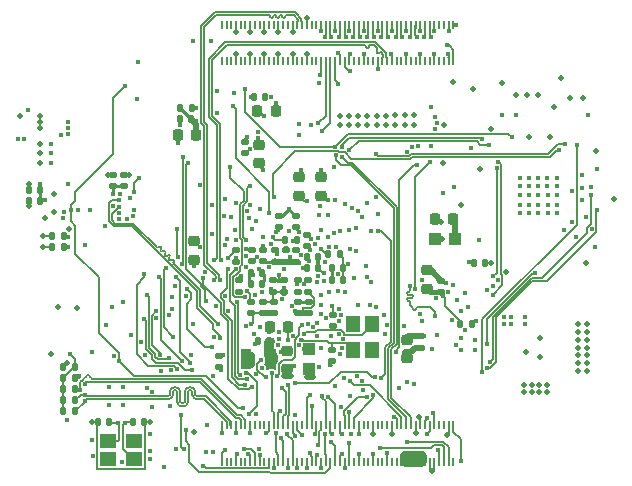
<source format=gbl>
%TF.GenerationSoftware,KiCad,Pcbnew,9.0.6-9.0.6~ubuntu24.04.1*%
%TF.CreationDate,2025-11-11T14:54:16+01:00*%
%TF.ProjectId,BB3plus CM5 STM32H7 module,42423370-6c75-4732-9043-4d352053544d,r1B1*%
%TF.SameCoordinates,Original*%
%TF.FileFunction,Copper,L6,Bot*%
%TF.FilePolarity,Positive*%
%FSLAX46Y46*%
G04 Gerber Fmt 4.6, Leading zero omitted, Abs format (unit mm)*
G04 Created by KiCad (PCBNEW 9.0.6-9.0.6~ubuntu24.04.1) date 2025-11-11 14:54:16*
%MOMM*%
%LPD*%
G01*
G04 APERTURE LIST*
G04 Aperture macros list*
%AMRoundRect*
0 Rectangle with rounded corners*
0 $1 Rounding radius*
0 $2 $3 $4 $5 $6 $7 $8 $9 X,Y pos of 4 corners*
0 Add a 4 corners polygon primitive as box body*
4,1,4,$2,$3,$4,$5,$6,$7,$8,$9,$2,$3,0*
0 Add four circle primitives for the rounded corners*
1,1,$1+$1,$2,$3*
1,1,$1+$1,$4,$5*
1,1,$1+$1,$6,$7*
1,1,$1+$1,$8,$9*
0 Add four rect primitives between the rounded corners*
20,1,$1+$1,$2,$3,$4,$5,0*
20,1,$1+$1,$4,$5,$6,$7,0*
20,1,$1+$1,$6,$7,$8,$9,0*
20,1,$1+$1,$8,$9,$2,$3,0*%
G04 Aperture macros list end*
%TA.AperFunction,EtchedComponent*%
%ADD10C,0.000000*%
%TD*%
%TA.AperFunction,SMDPad,CuDef*%
%ADD11R,0.200000X0.700000*%
%TD*%
%TA.AperFunction,SMDPad,CuDef*%
%ADD12RoundRect,0.140000X-0.170000X0.140000X-0.170000X-0.140000X0.170000X-0.140000X0.170000X0.140000X0*%
%TD*%
%TA.AperFunction,SMDPad,CuDef*%
%ADD13R,1.400000X1.200000*%
%TD*%
%TA.AperFunction,SMDPad,CuDef*%
%ADD14RoundRect,0.140000X0.170000X-0.140000X0.170000X0.140000X-0.170000X0.140000X-0.170000X-0.140000X0*%
%TD*%
%TA.AperFunction,SMDPad,CuDef*%
%ADD15RoundRect,0.140000X0.140000X0.170000X-0.140000X0.170000X-0.140000X-0.170000X0.140000X-0.170000X0*%
%TD*%
%TA.AperFunction,SMDPad,CuDef*%
%ADD16RoundRect,0.225000X-0.225000X-0.250000X0.225000X-0.250000X0.225000X0.250000X-0.225000X0.250000X0*%
%TD*%
%TA.AperFunction,SMDPad,CuDef*%
%ADD17RoundRect,0.140000X-0.140000X-0.170000X0.140000X-0.170000X0.140000X0.170000X-0.140000X0.170000X0*%
%TD*%
%TA.AperFunction,SMDPad,CuDef*%
%ADD18RoundRect,0.225000X0.250000X-0.225000X0.250000X0.225000X-0.250000X0.225000X-0.250000X-0.225000X0*%
%TD*%
%TA.AperFunction,SMDPad,CuDef*%
%ADD19RoundRect,0.225000X0.225000X0.250000X-0.225000X0.250000X-0.225000X-0.250000X0.225000X-0.250000X0*%
%TD*%
%TA.AperFunction,SMDPad,CuDef*%
%ADD20C,0.200000*%
%TD*%
%TA.AperFunction,SMDPad,CuDef*%
%ADD21RoundRect,0.225000X-0.250000X0.225000X-0.250000X-0.225000X0.250000X-0.225000X0.250000X0.225000X0*%
%TD*%
%TA.AperFunction,SMDPad,CuDef*%
%ADD22RoundRect,0.135000X0.135000X0.185000X-0.135000X0.185000X-0.135000X-0.185000X0.135000X-0.185000X0*%
%TD*%
%TA.AperFunction,SMDPad,CuDef*%
%ADD23RoundRect,0.050800X0.449200X0.499200X-0.449200X0.499200X-0.449200X-0.499200X0.449200X-0.499200X0*%
%TD*%
%TA.AperFunction,SMDPad,CuDef*%
%ADD24RoundRect,0.042333X-0.402167X-0.833967X0.402167X-0.833967X0.402167X0.833967X-0.402167X0.833967X0*%
%TD*%
%TA.AperFunction,SMDPad,CuDef*%
%ADD25R,1.200000X1.400000*%
%TD*%
%TA.AperFunction,SMDPad,CuDef*%
%ADD26RoundRect,0.135000X-0.135000X-0.185000X0.135000X-0.185000X0.135000X0.185000X-0.135000X0.185000X0*%
%TD*%
%TA.AperFunction,SMDPad,CuDef*%
%ADD27RoundRect,0.050800X-0.499200X0.449200X-0.499200X-0.449200X0.499200X-0.449200X0.499200X0.449200X0*%
%TD*%
%TA.AperFunction,ViaPad*%
%ADD28C,0.420000*%
%TD*%
%TA.AperFunction,ViaPad*%
%ADD29C,0.450000*%
%TD*%
%TA.AperFunction,ViaPad*%
%ADD30C,0.500000*%
%TD*%
%TA.AperFunction,Conductor*%
%ADD31C,0.127000*%
%TD*%
%TA.AperFunction,Conductor*%
%ADD32C,0.152400*%
%TD*%
%TA.AperFunction,Conductor*%
%ADD33C,0.508000*%
%TD*%
%TA.AperFunction,Conductor*%
%ADD34C,0.203200*%
%TD*%
%TA.AperFunction,Conductor*%
%ADD35C,0.254000*%
%TD*%
%TA.AperFunction,Conductor*%
%ADD36C,0.406400*%
%TD*%
G04 APERTURE END LIST*
D10*
%TA.AperFunction,EtchedComponent*%
%TO.C,NT1*%
G36*
X117480000Y-98220000D02*
G01*
X117080000Y-98220000D01*
X117080000Y-98020000D01*
X117480000Y-98020000D01*
X117480000Y-98220000D01*
G37*
%TD.AperFunction*%
%TA.AperFunction,EtchedComponent*%
%TO.C,NT2*%
G36*
X121260000Y-98099999D02*
G01*
X121060000Y-98099999D01*
X121060000Y-97699999D01*
X121260000Y-97699999D01*
X121260000Y-98099999D01*
G37*
%TD.AperFunction*%
%TD*%
D11*
%TO.P,SoM1,1,GND*%
%TO.N,GND*%
X114300000Y-110700000D03*
%TO.P,SoM1,2,GND*%
X114300000Y-107620000D03*
%TO.P,SoM1,3,Ethernet_Pair3_P*%
%TO.N,unconnected-(SoM1A-Ethernet_Pair3_P-Pad3)*%
X114700000Y-110700000D03*
%TO.P,SoM1,4,Ethernet_Pair1_P*%
%TO.N,ETH_TXRX_B+*%
X114700000Y-107620000D03*
%TO.P,SoM1,5,Ethernet_Pair3_N*%
%TO.N,unconnected-(SoM1A-Ethernet_Pair3_N-Pad5)*%
X115100000Y-110700000D03*
%TO.P,SoM1,6,Ethernet_Pair1_N*%
%TO.N,ETH_TXRX_B-*%
X115100000Y-107620000D03*
%TO.P,SoM1,7,GND*%
%TO.N,GND*%
X115500000Y-110700000D03*
%TO.P,SoM1,8,GND*%
X115500000Y-107620000D03*
%TO.P,SoM1,9,Ethernet_Pair2_N*%
%TO.N,unconnected-(SoM1A-Ethernet_Pair2_N-Pad9)*%
X115900000Y-110700000D03*
%TO.P,SoM1,10,Ethernet_Pair0_N*%
%TO.N,ETH_TXRX_A-*%
X115900000Y-107620000D03*
%TO.P,SoM1,11,Ethernet_Pair2_P*%
%TO.N,unconnected-(SoM1A-Ethernet_Pair2_P-Pad11)*%
X116300000Y-110700000D03*
%TO.P,SoM1,12,Ethernet_Pair0_P*%
%TO.N,ETH_TXRX_A+*%
X116300000Y-107620000D03*
%TO.P,SoM1,13,GND*%
%TO.N,GND*%
X116700000Y-110700000D03*
%TO.P,SoM1,14,GND*%
X116700000Y-107620000D03*
%TO.P,SoM1,15,Ethernet_nLED3(3.3v)*%
%TO.N,~{ETH_LINK_ACT}*%
X117100000Y-110700000D03*
%TO.P,SoM1,16,Fan_Tacho*%
%TO.N,unconnected-(SoM1A-Fan_Tacho-Pad16)*%
X117100000Y-107620000D03*
%TO.P,SoM1,17,Ethernet_nLED2(3.3v)*%
%TO.N,~{ETH_LINK100}*%
X117500000Y-110700000D03*
%TO.P,SoM1,18,Ethernet_SYNC_OUT(1.8v)*%
%TO.N,unconnected-(SoM1A-Ethernet_SYNC_OUT(1.8v)-Pad18)*%
X117500000Y-107620000D03*
%TO.P,SoM1,19,Fan_PWM*%
%TO.N,unconnected-(SoM1A-Fan_PWM-Pad19)*%
X117900000Y-110700000D03*
%TO.P,SoM1,20,EEPROM_nWP*%
%TO.N,unconnected-(SoM1A-EEPROM_nWP-Pad20)*%
X117900000Y-107620000D03*
%TO.P,SoM1,21,LED_nACT*%
%TO.N,~{LED_ACT}*%
X118300000Y-110700000D03*
%TO.P,SoM1,22,GND*%
%TO.N,GND*%
X118300000Y-107620000D03*
%TO.P,SoM1,23,GND*%
X118700000Y-110700000D03*
%TO.P,SoM1,24,GPIO26*%
%TO.N,~{SYSMCU_CS}*%
X118700000Y-107620000D03*
%TO.P,SoM1,25,GPIO21*%
%TO.N,~{DIB3_IRQ}*%
X119100000Y-110700000D03*
%TO.P,SoM1,26,GPIO19*%
%TO.N,~{DIB1_IRQ}*%
X119100000Y-107620000D03*
%TO.P,SoM1,27,GPIO20*%
%TO.N,~{DIB2_IRQ}*%
X119500000Y-110700000D03*
%TO.P,SoM1,28,GPIO13*%
%TO.N,DIB1{slash}DIB3_MISO*%
X119500000Y-107620000D03*
%TO.P,SoM1,29,GPIO16*%
%TO.N,RS485_TX_EN{slash}DOUT2*%
X119900000Y-110700000D03*
%TO.P,SoM1,30,GPIO6*%
%TO.N,DIB4_MOSI*%
X119900000Y-107620000D03*
%TO.P,SoM1,31,GPIO12*%
%TO.N,~{DIB1_CSA}*%
X120300000Y-110700000D03*
%TO.P,SoM1,32,GND*%
%TO.N,GND*%
X120300000Y-107620000D03*
%TO.P,SoM1,33,GND*%
X120700000Y-110700000D03*
%TO.P,SoM1,34,GPIO5*%
%TO.N,DIB4_MISO*%
X120700000Y-107620000D03*
%TO.P,SoM1,35,ID_SC/GPIO1*%
%TO.N,unconnected-(SoM1A-ID_SC{slash}GPIO1-Pad35)*%
X121100000Y-110700000D03*
%TO.P,SoM1,36,ID_SD/GPIO0*%
%TO.N,unconnected-(SoM1A-ID_SD{slash}GPIO0-Pad36)*%
X121100000Y-107620000D03*
%TO.P,SoM1,37,GPIO7*%
%TO.N,DIB4_SCLK*%
X121500000Y-110700000D03*
%TO.P,SoM1,38,GPIO11*%
%TO.N,DIB2{slash}DIB5_SCLK*%
X121500000Y-107620000D03*
%TO.P,SoM1,39,GPIO8*%
%TO.N,~{DIB2_CSA}*%
X121900000Y-110700000D03*
%TO.P,SoM1,40,GPIO9*%
%TO.N,DIB2{slash}DIB5_MISO*%
X121900000Y-107620000D03*
%TO.P,SoM1,41,GPIO25*%
%TO.N,~{TFT_IRQ}*%
X122300000Y-110700000D03*
%TO.P,SoM1,42,GND*%
%TO.N,GND*%
X122300000Y-107620000D03*
%TO.P,SoM1,43,GND*%
X122700000Y-110700000D03*
%TO.P,SoM1,44,GPIO10*%
%TO.N,DIB2{slash}DIB5_MOSI*%
X122700000Y-107620000D03*
%TO.P,SoM1,45,GPIO24*%
%TO.N,~{SYSMCU_IRQ}*%
X123100000Y-110700000D03*
%TO.P,SoM1,46,GPIO22*%
%TO.N,~{DIB4_IRQ}*%
X123100000Y-107620000D03*
%TO.P,SoM1,47,GPIO23*%
%TO.N,~{DIB5_IRQ}*%
X123500000Y-110700000D03*
%TO.P,SoM1,48,GPIO27*%
%TO.N,WDG_IN*%
X123500000Y-107620000D03*
%TO.P,SoM1,49,GPIO18*%
%TO.N,~{DIB5_CSA}*%
X123900000Y-110700000D03*
%TO.P,SoM1,50,GPIO17*%
%TO.N,~{DIB3_CSA}*%
X123900000Y-107620000D03*
%TO.P,SoM1,51,GPIO15*%
%TO.N,DIB1{slash}DIB3_SCLK*%
X124300000Y-110700000D03*
%TO.P,SoM1,52,GND*%
%TO.N,GND*%
X124300000Y-107620000D03*
%TO.P,SoM1,53,GND*%
X124700000Y-110700000D03*
%TO.P,SoM1,54,GPIO4*%
%TO.N,~{DIB4_CSA}*%
X124700000Y-107620000D03*
%TO.P,SoM1,55,GPIO14*%
%TO.N,DIB1{slash}DIB3_MOSI*%
X125100000Y-110700000D03*
%TO.P,SoM1,56,GPIO3*%
%TO.N,UART0_TX{slash}DOUT3*%
X125100000Y-107620000D03*
%TO.P,SoM1,57,SD_CLK*%
%TO.N,unconnected-(SoM1A-SD_CLK-Pad57)*%
X125500000Y-110700000D03*
%TO.P,SoM1,58,GPIO2*%
%TO.N,UART0_RX{slash}DIN2*%
X125500000Y-107620000D03*
%TO.P,SoM1,59,GND*%
%TO.N,GND*%
X125900000Y-110700000D03*
%TO.P,SoM1,60,GND*%
X125900000Y-107620000D03*
%TO.P,SoM1,61,SD_DAT3*%
%TO.N,unconnected-(SoM1A-SD_DAT3-Pad61)*%
X126300000Y-110700000D03*
%TO.P,SoM1,62,SD_CMD*%
%TO.N,unconnected-(SoM1A-SD_CMD-Pad62)*%
X126300000Y-107620000D03*
%TO.P,SoM1,63,SD_DAT0*%
%TO.N,unconnected-(SoM1A-SD_DAT0-Pad63)*%
X126700000Y-110700000D03*
%TO.P,SoM1,64,SD_DAT5*%
%TO.N,unconnected-(SoM1A-SD_DAT5-Pad64)*%
X126700000Y-107620000D03*
%TO.P,SoM1,65,GND*%
%TO.N,GND*%
X127100000Y-110700000D03*
%TO.P,SoM1,66,GND*%
X127100000Y-107620000D03*
%TO.P,SoM1,67,SD_DAT1*%
%TO.N,unconnected-(SoM1A-SD_DAT1-Pad67)*%
X127500000Y-110700000D03*
%TO.P,SoM1,68,SD_DAT4*%
%TO.N,unconnected-(SoM1A-SD_DAT4-Pad68)*%
X127500000Y-107620000D03*
%TO.P,SoM1,69,SD_DAT2*%
%TO.N,unconnected-(SoM1A-SD_DAT2-Pad69)*%
X127900000Y-110700000D03*
%TO.P,SoM1,70,SD_DAT7*%
%TO.N,unconnected-(SoM1A-SD_DAT7-Pad70)*%
X127900000Y-107620000D03*
%TO.P,SoM1,71,GND*%
%TO.N,GND*%
X128300000Y-110700000D03*
%TO.P,SoM1,72,SD_DAT6*%
%TO.N,unconnected-(SoM1A-SD_DAT6-Pad72)*%
X128300000Y-107620000D03*
%TO.P,SoM1,73,SD_VDD_Override*%
%TO.N,unconnected-(SoM1A-SD_VDD_Override-Pad73)*%
X128700000Y-110700000D03*
%TO.P,SoM1,74,GND*%
%TO.N,GND*%
X128700000Y-107620000D03*
%TO.P,SoM1,75,SD_PWR_ON*%
%TO.N,unconnected-(SoM1A-SD_PWR_ON-Pad75)*%
X129100000Y-110700000D03*
%TO.P,SoM1,76,VBAT*%
%TO.N,+VAUX*%
X129100000Y-107620000D03*
%TO.P,SoM1,77,+5v(Input)*%
%TO.N,/CM5 socket/+5V_IN*%
X129500000Y-110700000D03*
%TO.P,SoM1,78,GPIO_VREF(1.8v/3.3v_Input)*%
%TO.N,GPIO_VREF*%
X129500000Y-107620000D03*
%TO.P,SoM1,79,+5v(Input)*%
%TO.N,/CM5 socket/+5V_IN*%
X129900000Y-110700000D03*
%TO.P,SoM1,80,SCL0*%
%TO.N,SCL*%
X129900000Y-107620000D03*
%TO.P,SoM1,81,+5v(Input)*%
%TO.N,/CM5 socket/+5V_IN*%
X130300000Y-110700000D03*
%TO.P,SoM1,82,SDA0*%
%TO.N,SDA*%
X130300000Y-107620000D03*
%TO.P,SoM1,83,+5v(Input)*%
%TO.N,/CM5 socket/+5V_IN*%
X130700000Y-110700000D03*
%TO.P,SoM1,84,CM5_3.3v*%
%TO.N,+3V3*%
X130700000Y-107620000D03*
%TO.P,SoM1,85,+5v(Input)*%
%TO.N,/CM5 socket/+5V_IN*%
X131100000Y-110700000D03*
%TO.P,SoM1,86,CM5_3.3v*%
%TO.N,+3V3*%
X131100000Y-107620000D03*
%TO.P,SoM1,87,+5v(Input)*%
%TO.N,/CM5 socket/+5V_IN*%
X131500000Y-110700000D03*
%TO.P,SoM1,88,CM5_1.8v*%
%TO.N,+1V8*%
X131500000Y-107620000D03*
%TO.P,SoM1,89,WiFi_nDisable*%
%TO.N,GND*%
X131900000Y-110700000D03*
%TO.P,SoM1,90,CM5_1.8v*%
%TO.N,+1V8*%
X131900000Y-107620000D03*
%TO.P,SoM1,91,BT_nDisable*%
%TO.N,GND*%
X132300000Y-110700000D03*
%TO.P,SoM1,92,PWR_Button*%
%TO.N,~{RESET_OUT}*%
X132300000Y-107620000D03*
%TO.P,SoM1,93,nRPIBOOT*%
%TO.N,BOOT0*%
X132700000Y-110700000D03*
%TO.P,SoM1,94,CC1*%
%TO.N,unconnected-(SoM1A-CC1-Pad94)*%
X132700000Y-107620000D03*
%TO.P,SoM1,95,LED_nPWR*%
%TO.N,~{LED_PWR}*%
X133100000Y-110700000D03*
%TO.P,SoM1,96,CC2*%
%TO.N,unconnected-(SoM1A-CC2-Pad96)*%
X133100000Y-107620000D03*
%TO.P,SoM1,97,CAM_GPIO0*%
%TO.N,UART1_TX{slash}DOUT1*%
X133500000Y-110700000D03*
%TO.P,SoM1,98,GND*%
%TO.N,GND*%
X133500000Y-107620000D03*
%TO.P,SoM1,99,PMIC_EN*%
%TO.N,unconnected-(SoM1A-PMIC_EN-Pad99)*%
X133900000Y-110700000D03*
%TO.P,SoM1,100,CAM_GPIO1*%
%TO.N,UART1_RX{slash}DIN1*%
X133900000Y-107620000D03*
%TO.P,SoM1,101,USB_OTG_ID*%
%TO.N,unconnected-(SoM1B-USB_OTG_ID-Pad101)*%
X114300000Y-76780000D03*
%TO.P,SoM1,102,PCIe_CLK_nREQ*%
%TO.N,unconnected-(SoM1B-PCIe_CLK_nREQ-Pad102)*%
X114300000Y-73700000D03*
%TO.P,SoM1,103,USB_N*%
%TO.N,unconnected-(SoM1B-USB_N-Pad103)*%
X114700000Y-76780000D03*
%TO.P,SoM1,104,PCIE_nWAKE*%
%TO.N,unconnected-(SoM1B-PCIE_nWAKE-Pad104)*%
X114700000Y-73700000D03*
%TO.P,SoM1,105,USB_P*%
%TO.N,unconnected-(SoM1B-USB_P-Pad105)*%
X115100000Y-76780000D03*
%TO.P,SoM1,106,PCIE_PWR_EN*%
%TO.N,unconnected-(SoM1B-PCIE_PWR_EN-Pad106)*%
X115100000Y-73700000D03*
%TO.P,SoM1,107,GND*%
%TO.N,GND*%
X115500000Y-76780000D03*
%TO.P,SoM1,108,GND*%
X115500000Y-73700000D03*
%TO.P,SoM1,109,PCIe_nRST*%
%TO.N,unconnected-(SoM1B-PCIe_nRST-Pad109)*%
X115900000Y-76780000D03*
%TO.P,SoM1,110,PCIe_CLK_P*%
%TO.N,unconnected-(SoM1B-PCIe_CLK_P-Pad110)*%
X115900000Y-73700000D03*
%TO.P,SoM1,111,VBUS_EN_(3.3v)*%
%TO.N,unconnected-(SoM1B-VBUS_EN_(3.3v)-Pad111)*%
X116300000Y-76780000D03*
%TO.P,SoM1,112,PCIe_CLK_N*%
%TO.N,unconnected-(SoM1B-PCIe_CLK_N-Pad112)*%
X116300000Y-73700000D03*
%TO.P,SoM1,113,GND*%
%TO.N,GND*%
X116700000Y-76780000D03*
%TO.P,SoM1,114,GND*%
X116700000Y-73700000D03*
%TO.P,SoM1,115,MIPI0_D0_N*%
%TO.N,unconnected-(SoM1B-MIPI0_D0_N-Pad115)*%
X117100000Y-76780000D03*
%TO.P,SoM1,116,PCIe_RX_P*%
%TO.N,unconnected-(SoM1B-PCIe_RX_P-Pad116)*%
X117100000Y-73700000D03*
%TO.P,SoM1,117,MIPI0_D0_P*%
%TO.N,unconnected-(SoM1B-MIPI0_D0_P-Pad117)*%
X117500000Y-76780000D03*
%TO.P,SoM1,118,PCIe_RX_N*%
%TO.N,unconnected-(SoM1B-PCIe_RX_N-Pad118)*%
X117500000Y-73700000D03*
%TO.P,SoM1,119,GND*%
%TO.N,GND*%
X117900000Y-76780000D03*
%TO.P,SoM1,120,GND*%
X117900000Y-73700000D03*
%TO.P,SoM1,121,MIPI0_D1_N*%
%TO.N,unconnected-(SoM1B-MIPI0_D1_N-Pad121)*%
X118300000Y-76780000D03*
%TO.P,SoM1,122,PCIe_TX_P*%
%TO.N,unconnected-(SoM1B-PCIe_TX_P-Pad122)*%
X118300000Y-73700000D03*
%TO.P,SoM1,123,MIPI0_D1_P*%
%TO.N,unconnected-(SoM1B-MIPI0_D1_P-Pad123)*%
X118700000Y-76780000D03*
%TO.P,SoM1,124,PCIe_TX_N*%
%TO.N,unconnected-(SoM1B-PCIe_TX_N-Pad124)*%
X118700000Y-73700000D03*
%TO.P,SoM1,125,GND*%
%TO.N,GND*%
X119100000Y-76780000D03*
%TO.P,SoM1,126,GND*%
X119100000Y-73700000D03*
%TO.P,SoM1,127,MIPI0_C_N*%
%TO.N,unconnected-(SoM1B-MIPI0_C_N-Pad127)*%
X119500000Y-76780000D03*
%TO.P,SoM1,128,USB3-0-RX_N*%
%TO.N,unconnected-(SoM1B-USB3-0-RX_N-Pad128)*%
X119500000Y-73700000D03*
%TO.P,SoM1,129,MIPI0_C_P*%
%TO.N,unconnected-(SoM1B-MIPI0_C_P-Pad129)*%
X119900000Y-76780000D03*
%TO.P,SoM1,130,USB3-0-RX_P*%
%TO.N,unconnected-(SoM1B-USB3-0-RX_P-Pad130)*%
X119900000Y-73700000D03*
%TO.P,SoM1,131,GND*%
%TO.N,GND*%
X120300000Y-76780000D03*
%TO.P,SoM1,132,GND*%
X120300000Y-73700000D03*
%TO.P,SoM1,133,MIPI0_D2_N*%
%TO.N,unconnected-(SoM1B-MIPI0_D2_N-Pad133)*%
X120700000Y-76780000D03*
%TO.P,SoM1,134,USB3-0-DP*%
%TO.N,DIB1_USB_D+*%
X120700000Y-73700000D03*
%TO.P,SoM1,135,MIPI0_D2_P*%
%TO.N,unconnected-(SoM1B-MIPI0_D2_P-Pad135)*%
X121100000Y-76780000D03*
%TO.P,SoM1,136,USB3-0-DM*%
%TO.N,DIB1_USB_D-*%
X121100000Y-73700000D03*
%TO.P,SoM1,137,GND*%
%TO.N,GND*%
X121500000Y-76780000D03*
%TO.P,SoM1,138,GND*%
X121500000Y-73700000D03*
%TO.P,SoM1,139,MIPI0_D3_N*%
%TO.N,unconnected-(SoM1B-MIPI0_D3_N-Pad139)*%
X121900000Y-76780000D03*
%TO.P,SoM1,140,USB3-0-TX_N*%
%TO.N,unconnected-(SoM1B-USB3-0-TX_N-Pad140)*%
X121900000Y-73700000D03*
%TO.P,SoM1,141,MIPI0_D3_P*%
%TO.N,unconnected-(SoM1B-MIPI0_D3_P-Pad141)*%
X122300000Y-76780000D03*
%TO.P,SoM1,142,USB3-0-TX_P*%
%TO.N,unconnected-(SoM1B-USB3-0-TX_P-Pad142)*%
X122300000Y-73700000D03*
%TO.P,SoM1,143,HDMI1_HOTPLUG*%
%TO.N,TFT_DVID_HPD*%
X122700000Y-76780000D03*
%TO.P,SoM1,144,GND*%
%TO.N,GND*%
X122700000Y-73700000D03*
%TO.P,SoM1,145,HDMI1_SDA*%
%TO.N,TFT_DVID_SDA*%
X123100000Y-76780000D03*
%TO.P,SoM1,146,HDMI1_TX2_P*%
%TO.N,TFT_DVID_TX2_P*%
X123100000Y-73700000D03*
%TO.P,SoM1,147,HDMI1_SCL*%
%TO.N,TFT_DVID_SCL*%
X123500000Y-76780000D03*
%TO.P,SoM1,148,HDMI1_TX2_N*%
%TO.N,TFT_DVID_TX2_N*%
X123500000Y-73700000D03*
%TO.P,SoM1,149,HDMI1_CEC*%
%TO.N,TFT_DVID_CEC*%
X123900000Y-76780000D03*
%TO.P,SoM1,150,GND*%
%TO.N,GND*%
X123900000Y-73700000D03*
%TO.P,SoM1,151,HDMI0_CEC*%
%TO.N,REAR_DVID_CEC*%
X124300000Y-76780000D03*
%TO.P,SoM1,152,HDMI1_TX1_P*%
%TO.N,TFT_DVID_TX1_P*%
X124300000Y-73700000D03*
%TO.P,SoM1,153,HDMI0_HOTPLUG*%
%TO.N,REAR_DVID_HPD*%
X124700000Y-76780000D03*
%TO.P,SoM1,154,HDMI1_TX1_N*%
%TO.N,TFT_DVID_TX1_N*%
X124700000Y-73700000D03*
%TO.P,SoM1,155,GND*%
%TO.N,GND*%
X125100000Y-76780000D03*
%TO.P,SoM1,156,GND*%
X125100000Y-73700000D03*
%TO.P,SoM1,157,USB3-1-RX_N*%
%TO.N,unconnected-(SoM1B-USB3-1-RX_N-Pad157)*%
X125500000Y-76780000D03*
%TO.P,SoM1,158,HDMI1_TX0_P*%
%TO.N,TFT_DVID_TX0_P*%
X125500000Y-73700000D03*
%TO.P,SoM1,159,USB3-1-RX_P*%
%TO.N,unconnected-(SoM1B-USB3-1-RX_P-Pad159)*%
X125900000Y-76780000D03*
%TO.P,SoM1,160,HDMI1_TX0_N*%
%TO.N,TFT_DVID_TX0_N*%
X125900000Y-73700000D03*
%TO.P,SoM1,161,GND*%
%TO.N,GND*%
X126300000Y-76780000D03*
%TO.P,SoM1,162,GND*%
X126300000Y-73700000D03*
%TO.P,SoM1,163,USB3-1-DP*%
%TO.N,unconnected-(SoM1B-USB3-1-DP-Pad163)*%
X126700000Y-76780000D03*
%TO.P,SoM1,164,HDMI1_CLK_P*%
%TO.N,TFT_DVID_CLK_P*%
X126700000Y-73700000D03*
%TO.P,SoM1,165,USB3-1-DM*%
%TO.N,unconnected-(SoM1B-USB3-1-DM-Pad165)*%
X127100000Y-76780000D03*
%TO.P,SoM1,166,HDMI1_CLK_N*%
%TO.N,TFT_DVID_CLK_N*%
X127100000Y-73700000D03*
%TO.P,SoM1,167,GND*%
%TO.N,GND*%
X127500000Y-76780000D03*
%TO.P,SoM1,168,GND*%
X127500000Y-73700000D03*
%TO.P,SoM1,169,USB3-1-TX_N*%
%TO.N,MCU_USB_UP_TX-*%
X127900000Y-76780000D03*
%TO.P,SoM1,170,HDMI0_TX2_P*%
%TO.N,REAR_DVID_TX2_P*%
X127900000Y-73700000D03*
%TO.P,SoM1,171,USB3-1-TX_P*%
%TO.N,MCU_USB_UP_TX+*%
X128300000Y-76780000D03*
%TO.P,SoM1,172,HDMI0_TX2_N*%
%TO.N,REAR_DVID_TX2_N*%
X128300000Y-73700000D03*
%TO.P,SoM1,173,GND*%
%TO.N,GND*%
X128700000Y-76780000D03*
%TO.P,SoM1,174,GND*%
X128700000Y-73700000D03*
%TO.P,SoM1,175,MIPI1_D0_N*%
%TO.N,unconnected-(SoM1B-MIPI1_D0_N-Pad175)*%
X129100000Y-76780000D03*
%TO.P,SoM1,176,HDMI0_TX1_P*%
%TO.N,REAR_DVID_TX1_P*%
X129100000Y-73700000D03*
%TO.P,SoM1,177,MIPI1_D0_P*%
%TO.N,unconnected-(SoM1B-MIPI1_D0_P-Pad177)*%
X129500000Y-76780000D03*
%TO.P,SoM1,178,HDMI0_TX1_N*%
%TO.N,REAR_DVID_TX1_N*%
X129500000Y-73700000D03*
%TO.P,SoM1,179,GND*%
%TO.N,GND*%
X129900000Y-76780000D03*
%TO.P,SoM1,180,GND*%
X129900000Y-73700000D03*
%TO.P,SoM1,181,MIPI1_D1_N*%
%TO.N,unconnected-(SoM1B-MIPI1_D1_N-Pad181)*%
X130300000Y-76780000D03*
%TO.P,SoM1,182,HDMI0_TX0_P*%
%TO.N,REAR_DVID_TX0_P*%
X130300000Y-73700000D03*
%TO.P,SoM1,183,MIPI1_D1_P*%
%TO.N,unconnected-(SoM1B-MIPI1_D1_P-Pad183)*%
X130700000Y-76780000D03*
%TO.P,SoM1,184,HDMI0_TX0_N*%
%TO.N,REAR_DVID_TX0_N*%
X130700000Y-73700000D03*
%TO.P,SoM1,185,GND*%
%TO.N,GND*%
X131100000Y-76780000D03*
%TO.P,SoM1,186,GND*%
X131100000Y-73700000D03*
%TO.P,SoM1,187,MIPI1_C_N*%
%TO.N,unconnected-(SoM1B-MIPI1_C_N-Pad187)*%
X131500000Y-76780000D03*
%TO.P,SoM1,188,HDMI0_CLK_P*%
%TO.N,REAR_DVID_CLK_P*%
X131500000Y-73700000D03*
%TO.P,SoM1,189,MIPI1_C_P*%
%TO.N,unconnected-(SoM1B-MIPI1_C_P-Pad189)*%
X131900000Y-76780000D03*
%TO.P,SoM1,190,HDMI0_CLK_N*%
%TO.N,REAR_DVID_CLK_N*%
X131900000Y-73700000D03*
%TO.P,SoM1,191,GND*%
%TO.N,GND*%
X132300000Y-76780000D03*
%TO.P,SoM1,192,GND*%
X132300000Y-73700000D03*
%TO.P,SoM1,193,MIPI1_D2_N*%
%TO.N,unconnected-(SoM1B-MIPI1_D2_N-Pad193)*%
X132700000Y-76780000D03*
%TO.P,SoM1,194,MIPI1_D3_N*%
%TO.N,unconnected-(SoM1B-MIPI1_D3_N-Pad194)*%
X132700000Y-73700000D03*
%TO.P,SoM1,195,MIPI1_D2_P*%
%TO.N,unconnected-(SoM1B-MIPI1_D2_P-Pad195)*%
X133100000Y-76780000D03*
%TO.P,SoM1,196,MIPI1_D3_P*%
%TO.N,unconnected-(SoM1B-MIPI1_D3_P-Pad196)*%
X133100000Y-73700000D03*
%TO.P,SoM1,197,GND*%
%TO.N,GND*%
X133500000Y-76780000D03*
%TO.P,SoM1,198,GND*%
X133500000Y-73700000D03*
%TO.P,SoM1,199,HDMI0_SDA*%
%TO.N,REAR_DVID_SDA*%
X133900000Y-76780000D03*
%TO.P,SoM1,200,HDMI0_SCL*%
%TO.N,REAR_DVID_SCL*%
X133900000Y-73700000D03*
%TD*%
D12*
%TO.P,C25,1,1*%
%TO.N,+3V3*%
X120620002Y-92783012D03*
%TO.P,C25,2,2*%
%TO.N,GND*%
X120620002Y-93743012D03*
%TD*%
D13*
%TO.P,Y2,1,1*%
%TO.N,Net-(IC6-XTAL2)*%
X104675700Y-108900000D03*
%TO.P,Y2,2,NC*%
%TO.N,unconnected-(Y2-NC-Pad2)*%
X106875700Y-108900000D03*
%TO.P,Y2,3,3*%
%TO.N,Net-(IC6-XTAL1{slash}CLKIN)*%
X106875700Y-110500000D03*
%TO.P,Y2,4,NC*%
%TO.N,unconnected-(Y2-NC-Pad4)*%
X104675700Y-110500000D03*
%TD*%
D14*
%TO.P,C49,1,1*%
%TO.N,Net-(IC5-VDDI)*%
X105108614Y-87360000D03*
%TO.P,C49,2,2*%
%TO.N,GND*%
X105108614Y-86400000D03*
%TD*%
D15*
%TO.P,C44,1,1*%
%TO.N,+3V3*%
X100909433Y-91580819D03*
%TO.P,C44,2,2*%
%TO.N,GND*%
X99949433Y-91580819D03*
%TD*%
%TO.P,C23,1,1*%
%TO.N,/STM32H7 MCU/VLXSMPS*%
X118300000Y-100513012D03*
%TO.P,C23,2,2*%
%TO.N,GND*%
X117340000Y-100513012D03*
%TD*%
D16*
%TO.P,C69,1,1*%
%TO.N,GND*%
X132315000Y-90160000D03*
%TO.P,C69,2,2*%
%TO.N,/DVID converter\u002C NOR Flash/TVDD*%
X133865000Y-90160000D03*
%TD*%
D17*
%TO.P,C74,1,1*%
%TO.N,+1V8*%
X117030000Y-79830000D03*
%TO.P,C74,2,2*%
%TO.N,GND*%
X117990000Y-79830000D03*
%TD*%
D15*
%TO.P,C47,1,1*%
%TO.N,+3V3*%
X100909433Y-92500819D03*
%TO.P,C47,2,2*%
%TO.N,GND*%
X99949433Y-92500819D03*
%TD*%
D17*
%TO.P,C13,1,1*%
%TO.N,+3V3*%
X121510002Y-93343012D03*
%TO.P,C13,2,2*%
%TO.N,GND*%
X122470002Y-93343012D03*
%TD*%
D15*
%TO.P,C43,1,1*%
%TO.N,GND*%
X107735700Y-107310000D03*
%TO.P,C43,2,2*%
%TO.N,Net-(IC6-XTAL1{slash}CLKIN)*%
X106775700Y-107310000D03*
%TD*%
D18*
%TO.P,C11,1,1*%
%TO.N,GND*%
X119810000Y-102860000D03*
%TO.P,C11,2,2*%
%TO.N,/STM32H7 MCU/VDDSMPS*%
X119810000Y-101310000D03*
%TD*%
D19*
%TO.P,C14,1,1*%
%TO.N,GND*%
X119920000Y-99250000D03*
%TO.P,C14,2,2*%
%TO.N,/STM32H7 MCU/VDD_SDC*%
X118370000Y-99250000D03*
%TD*%
D17*
%TO.P,C36,1,1*%
%TO.N,+1V8*%
X123600000Y-94260000D03*
%TO.P,C36,2,2*%
%TO.N,GND*%
X124560000Y-94260000D03*
%TD*%
D20*
%TO.P,NT1,1,1*%
%TO.N,GND*%
X117080000Y-98120000D03*
%TO.P,NT1,2,2*%
%TO.N,Net-(IC3C-VSSA)*%
X117480000Y-98120000D03*
%TD*%
D21*
%TO.P,C60,1,1*%
%TO.N,+1V8*%
X129980000Y-100365000D03*
%TO.P,C60,2,2*%
%TO.N,GND*%
X129980000Y-101915000D03*
%TD*%
D22*
%TO.P,R12,1,1*%
%TO.N,~{XSPI_M_P1_CS}*%
X135460000Y-99020000D03*
%TO.P,R12,2,2*%
%TO.N,+1V8*%
X134440000Y-99020000D03*
%TD*%
D12*
%TO.P,C59,1,1*%
%TO.N,+1V8*%
X131170000Y-100090000D03*
%TO.P,C59,2,2*%
%TO.N,GND*%
X131170000Y-101050000D03*
%TD*%
D17*
%TO.P,C42,1,1*%
%TO.N,GND*%
X103815700Y-107310000D03*
%TO.P,C42,2,2*%
%TO.N,Net-(IC6-XTAL2)*%
X104775700Y-107310000D03*
%TD*%
D18*
%TO.P,C8,1,1*%
%TO.N,+3V3*%
X111950000Y-93575000D03*
%TO.P,C8,2,2*%
%TO.N,GND*%
X111950000Y-92025000D03*
%TD*%
D14*
%TO.P,C35,1,1*%
%TO.N,+1V8*%
X121540002Y-92453012D03*
%TO.P,C35,2,2*%
%TO.N,GND*%
X121540002Y-91493012D03*
%TD*%
%TO.P,C34,1,1*%
%TO.N,+1V8*%
X119120002Y-90833012D03*
%TO.P,C34,2,2*%
%TO.N,GND*%
X119120002Y-89873012D03*
%TD*%
D12*
%TO.P,C15,1,1*%
%TO.N,/STM32H7 MCU/VDD_SDC*%
X121630000Y-95330000D03*
%TO.P,C15,2,2*%
%TO.N,GND*%
X121630000Y-96290000D03*
%TD*%
D14*
%TO.P,C17,1,1*%
%TO.N,+3V3*%
X120710000Y-96290000D03*
%TO.P,C17,2,2*%
%TO.N,GND*%
X120710000Y-95330000D03*
%TD*%
D12*
%TO.P,C29,1,1*%
%TO.N,+3V3*%
X120780000Y-97160000D03*
%TO.P,C29,2,2*%
%TO.N,Net-(IC3C-VREFM)*%
X120780000Y-98120000D03*
%TD*%
D14*
%TO.P,C24,1,1*%
%TO.N,+3V3*%
X119550000Y-96300000D03*
%TO.P,C24,2,2*%
%TO.N,GND*%
X119550000Y-95340000D03*
%TD*%
%TO.P,C46,1,1*%
%TO.N,Net-(IC5-VDDI)*%
X106030000Y-87360000D03*
%TO.P,C46,2,2*%
%TO.N,GND*%
X106030000Y-86400000D03*
%TD*%
%TO.P,C57,1,1*%
%TO.N,+1V8*%
X132850000Y-96315000D03*
%TO.P,C57,2,2*%
%TO.N,GND*%
X132850000Y-95355000D03*
%TD*%
D18*
%TO.P,C58,1,1*%
%TO.N,+1V8*%
X131660000Y-96050000D03*
%TO.P,C58,2,2*%
%TO.N,GND*%
X131660000Y-94500000D03*
%TD*%
D14*
%TO.P,C37,1,1*%
%TO.N,+1V8*%
X120620002Y-90843012D03*
%TO.P,C37,2,2*%
%TO.N,GND*%
X120620002Y-89883012D03*
%TD*%
D22*
%TO.P,R16,1,1*%
%TO.N,ETH_TXRX_B-*%
X101890000Y-105490000D03*
%TO.P,R16,2,2*%
%TO.N,/Ethernet PHY\u002C PSRAM\u002C eMMC/+3V3_LAN*%
X100870000Y-105490000D03*
%TD*%
D15*
%TO.P,C9,1,1*%
%TO.N,+3V3*%
X117740000Y-95630000D03*
%TO.P,C9,2,2*%
%TO.N,GND*%
X116780000Y-95630000D03*
%TD*%
D16*
%TO.P,C75,1,1*%
%TO.N,+1V8*%
X117300000Y-81030000D03*
%TO.P,C75,2,2*%
%TO.N,GND*%
X118850000Y-81030000D03*
%TD*%
D12*
%TO.P,C28,1,1*%
%TO.N,+3V3*%
X118760002Y-97163012D03*
%TO.P,C28,2,2*%
%TO.N,Net-(IC3C-VSSA)*%
X118760002Y-98123012D03*
%TD*%
D19*
%TO.P,C73,1,1*%
%TO.N,+1V8*%
X112125000Y-83030000D03*
%TO.P,C73,2,2*%
%TO.N,GND*%
X110575000Y-83030000D03*
%TD*%
D23*
%TO.P,FB5,1*%
%TO.N,/DVID converter\u002C NOR Flash/TVDD*%
X134020000Y-91800000D03*
%TO.P,FB5,2*%
%TO.N,+3V3*%
X132320000Y-91800000D03*
%TD*%
D12*
%TO.P,C39,1,1*%
%TO.N,+1V8*%
X119700002Y-92783012D03*
%TO.P,C39,2,2*%
%TO.N,GND*%
X119700002Y-93743012D03*
%TD*%
D24*
%TO.P,L1,1,1*%
%TO.N,/STM32H7 MCU/VDD_SDC*%
X116347202Y-101983012D03*
%TO.P,L1,2,2*%
%TO.N,/STM32H7 MCU/VLXSMPS*%
X118430002Y-101983012D03*
%TD*%
D15*
%TO.P,C18,1,1*%
%TO.N,/STM32H7 MCU/VDD_SDC*%
X120650002Y-91893012D03*
%TO.P,C18,2,2*%
%TO.N,GND*%
X119690002Y-91893012D03*
%TD*%
D14*
%TO.P,C22,1,1*%
%TO.N,+3V3*%
X115500000Y-93750000D03*
%TO.P,C22,2,2*%
%TO.N,GND*%
X115500000Y-92790000D03*
%TD*%
%TO.P,C16,1,1*%
%TO.N,+3V3*%
X116870000Y-93740000D03*
%TO.P,C16,2,2*%
%TO.N,GND*%
X116870000Y-92780000D03*
%TD*%
%TO.P,C27,1,1*%
%TO.N,GND*%
X115730000Y-96303012D03*
%TO.P,C27,2,2*%
%TO.N,/STM32H7 MCU/VDD_SDC*%
X115730000Y-95343012D03*
%TD*%
D25*
%TO.P,Y1,1,1*%
%TO.N,/STM32H7 MCU/RCC_OSC_IN*%
X125450000Y-101270000D03*
%TO.P,Y1,2,NC*%
%TO.N,unconnected-(Y1-NC-Pad2)*%
X125450000Y-99070000D03*
%TO.P,Y1,3,3*%
%TO.N,/STM32H7 MCU/RCC_OSC_OUT*%
X127050000Y-99070000D03*
%TO.P,Y1,4,NC*%
%TO.N,unconnected-(Y1-NC-Pad4)*%
X127050000Y-101270000D03*
%TD*%
D14*
%TO.P,C4,1,1*%
%TO.N,GND*%
X123660000Y-102180000D03*
%TO.P,C4,2,2*%
%TO.N,/STM32H7 MCU/RCC_OSC_IN*%
X123660000Y-101220000D03*
%TD*%
D15*
%TO.P,C72,1,1*%
%TO.N,+1V8*%
X111720000Y-81700000D03*
%TO.P,C72,2,2*%
%TO.N,GND*%
X110760000Y-81700000D03*
%TD*%
D17*
%TO.P,C20,1,1*%
%TO.N,+3V3*%
X121510002Y-94263012D03*
%TO.P,C20,2,2*%
%TO.N,GND*%
X122470002Y-94263012D03*
%TD*%
%TO.P,C33,1,1*%
%TO.N,+1V8*%
X123600000Y-95290000D03*
%TO.P,C33,2,2*%
%TO.N,GND*%
X124560000Y-95290000D03*
%TD*%
D12*
%TO.P,C21,1,1*%
%TO.N,/STM32H7 MCU/VDD_SDC*%
X117790000Y-92780000D03*
%TO.P,C21,2,2*%
%TO.N,GND*%
X117790000Y-93740000D03*
%TD*%
D15*
%TO.P,C45,1,1*%
%TO.N,+1V8*%
X98909433Y-87660819D03*
%TO.P,C45,2,2*%
%TO.N,GND*%
X97949433Y-87660819D03*
%TD*%
D12*
%TO.P,C76,1,1*%
%TO.N,+1V8*%
X116300000Y-83610000D03*
%TO.P,C76,2,2*%
%TO.N,GND*%
X116300000Y-84570000D03*
%TD*%
D26*
%TO.P,R15,1,1*%
%TO.N,/Ethernet PHY\u002C PSRAM\u002C eMMC/+3V3_LAN*%
X100870000Y-106430000D03*
%TO.P,R15,2,2*%
%TO.N,ETH_TXRX_B+*%
X101890000Y-106430000D03*
%TD*%
%TO.P,R14,1,1*%
%TO.N,/Ethernet PHY\u002C PSRAM\u002C eMMC/+3V3_LAN*%
X100870000Y-103610000D03*
%TO.P,R14,2,2*%
%TO.N,ETH_TXRX_A-*%
X101890000Y-103610000D03*
%TD*%
%TO.P,R13,1,1*%
%TO.N,/Ethernet PHY\u002C PSRAM\u002C eMMC/+3V3_LAN*%
X100870000Y-104550000D03*
%TO.P,R13,2,2*%
%TO.N,ETH_TXRX_A+*%
X101890000Y-104550000D03*
%TD*%
D15*
%TO.P,C48,1,1*%
%TO.N,+1V8*%
X98909433Y-88580819D03*
%TO.P,C48,2,2*%
%TO.N,GND*%
X97949433Y-88580819D03*
%TD*%
D12*
%TO.P,C26,1,1*%
%TO.N,/STM32H7 MCU/VDD_SDC*%
X116800000Y-97150000D03*
%TO.P,C26,2,2*%
%TO.N,GND*%
X116800000Y-98110000D03*
%TD*%
D27*
%TO.P,FB1,1*%
%TO.N,/STM32H7 MCU/VDDSMPS*%
X121700000Y-101160000D03*
%TO.P,FB1,2*%
%TO.N,+3V3*%
X121700000Y-102860000D03*
%TD*%
D15*
%TO.P,C12,1,1*%
%TO.N,+3V3*%
X117730000Y-94710000D03*
%TO.P,C12,2,2*%
%TO.N,GND*%
X116770000Y-94710000D03*
%TD*%
D18*
%TO.P,C41,1,1*%
%TO.N,+1V8*%
X120800000Y-88175000D03*
%TO.P,C41,2,2*%
%TO.N,GND*%
X120800000Y-86625000D03*
%TD*%
%TO.P,C40,1,1*%
%TO.N,+1V8*%
X122700000Y-88175000D03*
%TO.P,C40,2,2*%
%TO.N,GND*%
X122700000Y-86625000D03*
%TD*%
D12*
%TO.P,C32,1,1*%
%TO.N,+3V3*%
X121650000Y-97160000D03*
%TO.P,C32,2,2*%
%TO.N,Net-(IC3C-VREFM)*%
X121650000Y-98120000D03*
%TD*%
D15*
%TO.P,C66,1,1*%
%TO.N,/DVID converter\u002C NOR Flash/DVDD*%
X136600000Y-93830000D03*
%TO.P,C66,2,2*%
%TO.N,GND*%
X135640000Y-93830000D03*
%TD*%
D17*
%TO.P,C56,1,1*%
%TO.N,GND*%
X100880000Y-102670000D03*
%TO.P,C56,2,2*%
%TO.N,/Ethernet PHY\u002C PSRAM\u002C eMMC/+3V3_LAN*%
X101840000Y-102670000D03*
%TD*%
D12*
%TO.P,C5,1,1*%
%TO.N,GND*%
X123740000Y-98270000D03*
%TO.P,C5,2,2*%
%TO.N,/STM32H7 MCU/RCC_OSC_OUT*%
X123740000Y-99230000D03*
%TD*%
D14*
%TO.P,C19,1,1*%
%TO.N,+3V3*%
X118630000Y-96300000D03*
%TO.P,C19,2,2*%
%TO.N,GND*%
X118630000Y-95340000D03*
%TD*%
D12*
%TO.P,C30,1,1*%
%TO.N,+VAUX*%
X114050000Y-101730000D03*
%TO.P,C30,2,2*%
%TO.N,GND*%
X114050000Y-102690000D03*
%TD*%
D22*
%TO.P,R21,1,1*%
%TO.N,~{XSPIM_P2_CS1}*%
X111740000Y-80740000D03*
%TO.P,R21,2,2*%
%TO.N,+1V8*%
X110720000Y-80740000D03*
%TD*%
D17*
%TO.P,C38,1,1*%
%TO.N,+1V8*%
X123330000Y-93150000D03*
%TO.P,C38,2,2*%
%TO.N,GND*%
X124290000Y-93150000D03*
%TD*%
D12*
%TO.P,C10,1,1*%
%TO.N,+3V3*%
X118780002Y-92783012D03*
%TO.P,C10,2,2*%
%TO.N,GND*%
X118780002Y-93743012D03*
%TD*%
D20*
%TO.P,NT2,1,1*%
%TO.N,GND*%
X121160000Y-97700000D03*
%TO.P,NT2,2,2*%
%TO.N,Net-(IC3C-VREFM)*%
X121160000Y-98099998D03*
%TD*%
D12*
%TO.P,C31,1,1*%
%TO.N,+3V3*%
X117830000Y-97170000D03*
%TO.P,C31,2,2*%
%TO.N,Net-(IC3C-VSSA)*%
X117830000Y-98130000D03*
%TD*%
D21*
%TO.P,C77,1,1*%
%TO.N,+1V8*%
X117490000Y-83885000D03*
%TO.P,C77,2,2*%
%TO.N,GND*%
X117490000Y-85435000D03*
%TD*%
D28*
%TO.N,/STM32H7 MCU/RCC_OSC_IN*%
X121028482Y-100368893D03*
%TO.N,/STM32H7 MCU/RCC_OSC_OUT*%
X121231773Y-99888536D03*
%TO.N,GND*%
X139517500Y-89665000D03*
D29*
X131994414Y-83948668D03*
D28*
X122150000Y-108330000D03*
X127100000Y-110010000D03*
D30*
X130560000Y-81380000D03*
D28*
X112870000Y-94600000D03*
D30*
X125056250Y-82180000D03*
D28*
X115500000Y-108290000D03*
X124450000Y-108330000D03*
D30*
X129773750Y-81380000D03*
D29*
X110760000Y-82180000D03*
D28*
X118700000Y-111242200D03*
X105095100Y-89008617D03*
X124700000Y-111242200D03*
D30*
X125056250Y-81390000D03*
X144467076Y-102370000D03*
X99143279Y-91569450D03*
D28*
X134173817Y-97029568D03*
X120035143Y-93346233D03*
X124720001Y-96330000D03*
X110372200Y-95830000D03*
X121630000Y-96290000D03*
X140303750Y-89665000D03*
D30*
X138367346Y-94602418D03*
D28*
X127500000Y-74250000D03*
D29*
X110570000Y-83680000D03*
D30*
X126628750Y-81390000D03*
X125842500Y-82180000D03*
D28*
X125900000Y-108340000D03*
X132997223Y-87952670D03*
D30*
X145140000Y-93830000D03*
X97950000Y-89070000D03*
D28*
X125900000Y-110030000D03*
D30*
X127130000Y-108370000D03*
D28*
X128300000Y-109990000D03*
X117720000Y-96320000D03*
D29*
X99800000Y-83820000D03*
D30*
X145210000Y-101700000D03*
D28*
X122580000Y-89030000D03*
X123900000Y-74250000D03*
X129836000Y-101414043D03*
X142642500Y-87384700D03*
D29*
X113400000Y-75110000D03*
D28*
X139517500Y-87384700D03*
X142642500Y-86634500D03*
X125100000Y-74250000D03*
X139517500Y-88134900D03*
D30*
X144467076Y-99020000D03*
D28*
X113610000Y-100110000D03*
D29*
X118430000Y-79850000D03*
D30*
X144467076Y-101030000D03*
X115500000Y-74300000D03*
X119100000Y-74300000D03*
X140046186Y-101394279D03*
X141207076Y-101800000D03*
D28*
X139517500Y-86634500D03*
D30*
X102000000Y-97690000D03*
X145210000Y-99020000D03*
D28*
X141090000Y-88134900D03*
D30*
X142990000Y-78180000D03*
D28*
X117830000Y-86000000D03*
X120795100Y-93893015D03*
D30*
X119100000Y-76180000D03*
X103330000Y-107300000D03*
X144467076Y-101700000D03*
X98930000Y-83820000D03*
X98930000Y-85370000D03*
D28*
X129899999Y-74250000D03*
D29*
X99800000Y-84595000D03*
D28*
X104715642Y-104392368D03*
X131100000Y-76170000D03*
X114310000Y-108280000D03*
D30*
X132850000Y-90410000D03*
X117900000Y-76180000D03*
X97950000Y-87190000D03*
X127415000Y-81390000D03*
X127415000Y-82180000D03*
X138060000Y-78600000D03*
X140350000Y-83240000D03*
D28*
X129870000Y-76170000D03*
X116385100Y-92690200D03*
D30*
X120300000Y-74300000D03*
D28*
X119110000Y-99720000D03*
X104380864Y-90708847D03*
X141861250Y-86634500D03*
X122700000Y-111242200D03*
D30*
X144467076Y-100360000D03*
D28*
X133500000Y-74250000D03*
D30*
X115500000Y-76180000D03*
D28*
X125060000Y-91070000D03*
D30*
X108220000Y-107290000D03*
D28*
X103100000Y-89348733D03*
D30*
X133386776Y-108409620D03*
X116700000Y-74300000D03*
D28*
X119919000Y-100392629D03*
D30*
X98930000Y-84595000D03*
X101180000Y-102340000D03*
D28*
X140298750Y-87384700D03*
X117510000Y-89280000D03*
X113480000Y-88920000D03*
X141876250Y-88917500D03*
X121891935Y-91811103D03*
X105931091Y-105850906D03*
X141090000Y-88917500D03*
X119120003Y-94900000D03*
D30*
X101340000Y-90970000D03*
D29*
X99800000Y-85370000D03*
D30*
X139240000Y-79680000D03*
D28*
X112440000Y-92500000D03*
X124568405Y-100304900D03*
X114197849Y-102970206D03*
X120700000Y-111242200D03*
D30*
X121500000Y-76180000D03*
D28*
X115560000Y-110040000D03*
X122700000Y-74230000D03*
D30*
X126628750Y-82180000D03*
D28*
X132120000Y-101150000D03*
D30*
X145210000Y-99690000D03*
X128987500Y-81380000D03*
D29*
X119575543Y-103418217D03*
D28*
X118620000Y-91670000D03*
D30*
X141207076Y-100260000D03*
D28*
X107170000Y-76810000D03*
X124720000Y-88860000D03*
D30*
X124270000Y-81390000D03*
X99340000Y-90050000D03*
D28*
X133310236Y-95589764D03*
D30*
X129773750Y-82170000D03*
D28*
X120860000Y-83050000D03*
X139517500Y-88917500D03*
X123500000Y-102540000D03*
D30*
X128201250Y-82180000D03*
X134570000Y-88960000D03*
D28*
X135210000Y-93810000D03*
X115300000Y-79510000D03*
X119120002Y-95380000D03*
D30*
X133090000Y-82220000D03*
X147500000Y-88410000D03*
D28*
X114540000Y-109670000D03*
D29*
X103330000Y-108830000D03*
D30*
X120300000Y-76180000D03*
D28*
X104715642Y-105859588D03*
D30*
X117900000Y-74300000D03*
D28*
X116807876Y-99011481D03*
X142662500Y-88917500D03*
X116680479Y-84234900D03*
X141861250Y-87384700D03*
X141080000Y-86634500D03*
X127500000Y-77450000D03*
X141876250Y-89665000D03*
D30*
X145210000Y-103040000D03*
D28*
X124950000Y-93950000D03*
X136080000Y-91950000D03*
X128640000Y-76160000D03*
D30*
X145210000Y-100360000D03*
X128987500Y-82170000D03*
D28*
X105810000Y-110710000D03*
D30*
X142090000Y-83220000D03*
D29*
X118850000Y-80350000D03*
D28*
X121025683Y-86027215D03*
X115699500Y-96273200D03*
D30*
X104640000Y-86390000D03*
D28*
X119950000Y-89330000D03*
D30*
X97200000Y-81400000D03*
D29*
X113910000Y-79310000D03*
D30*
X125842500Y-81390000D03*
X98894999Y-81390000D03*
D28*
X120538179Y-108533998D03*
X105939773Y-104401049D03*
D30*
X98894999Y-81919999D03*
X121500000Y-73110000D03*
X145210000Y-102370000D03*
D28*
X132290000Y-74250000D03*
X122960000Y-94700000D03*
X116966087Y-94866087D03*
X122480000Y-93790000D03*
X140298750Y-86634500D03*
D30*
X99840000Y-101610000D03*
D28*
X132290000Y-76160000D03*
D30*
X132990000Y-85380000D03*
D28*
X122330000Y-95520000D03*
X141090000Y-89665000D03*
X120399830Y-102590170D03*
D29*
X113040000Y-107610000D03*
D28*
X120860000Y-82140000D03*
X126300000Y-76160000D03*
D29*
X102723980Y-92331807D03*
D30*
X137060000Y-82490000D03*
D28*
X118000000Y-108300000D03*
X108250000Y-108350000D03*
D30*
X130560000Y-82170000D03*
D28*
X120650000Y-95690000D03*
X102100000Y-89348733D03*
X142662500Y-88134900D03*
X125190000Y-76150000D03*
D29*
X120135003Y-103418200D03*
D28*
X141080000Y-87384700D03*
D29*
X111900000Y-75110000D03*
D30*
X100109309Y-89569684D03*
D28*
X119970000Y-91182415D03*
X131090000Y-74250000D03*
D30*
X124270000Y-82180000D03*
X132100000Y-111520000D03*
D28*
X140303750Y-88917500D03*
X116700000Y-108280000D03*
D30*
X146010000Y-84420000D03*
D29*
X101178810Y-107149539D03*
D30*
X144850000Y-79930000D03*
D28*
X106285184Y-90144816D03*
X140303750Y-88134900D03*
X126300000Y-74250000D03*
X118785291Y-93741287D03*
X128700000Y-74250000D03*
D30*
X144467076Y-103040000D03*
D28*
X141876250Y-88134900D03*
X133490000Y-76150000D03*
X135410000Y-84130000D03*
X113890000Y-81190000D03*
D30*
X145210000Y-101030000D03*
D29*
X114790000Y-93480000D03*
D30*
X116700000Y-76180000D03*
X128700000Y-108340000D03*
X128201250Y-81390000D03*
D28*
X117364782Y-82774413D03*
X142662500Y-89665000D03*
D30*
X106480000Y-86390000D03*
D28*
X109430000Y-111107800D03*
D30*
X98894999Y-82450000D03*
D28*
X123598598Y-97523941D03*
D30*
X144467076Y-99690000D03*
X100110000Y-88070000D03*
D28*
X117074923Y-100739216D03*
X116506022Y-110022352D03*
D30*
X136160000Y-85920000D03*
D28*
X122690000Y-86000000D03*
D30*
X99144345Y-92538939D03*
D28*
%TO.N,ETH_MDIO*%
X122719891Y-98174839D03*
X108768200Y-98520000D03*
%TO.N,ETH_CRS_DV*%
X109798654Y-98237630D03*
X122680000Y-97440000D03*
%TO.N,ETH_TX_EN*%
X105150775Y-101780775D03*
X117021179Y-99907256D03*
%TO.N,ETH_TXD1*%
X116319802Y-99211311D03*
X104470000Y-99090000D03*
%TO.N,ETH_MDC*%
X106587522Y-99925724D03*
X117673902Y-102765865D03*
%TO.N,ETH_RXD0*%
X110098400Y-97742917D03*
X120201816Y-97492893D03*
%TO.N,ETH_RXD1*%
X123127828Y-98500138D03*
X111870000Y-99060000D03*
%TO.N,ETH_TXD0*%
X117126896Y-96583784D03*
X105040000Y-97620000D03*
D30*
%TO.N,+3V3*%
X143780000Y-79940000D03*
D28*
X115520000Y-93420000D03*
X122010000Y-103510000D03*
D30*
X133840000Y-78560000D03*
D28*
X108410000Y-104770000D03*
X109943800Y-105993134D03*
X107790000Y-101670000D03*
D30*
X130970000Y-106870000D03*
X141180409Y-104820000D03*
X140553743Y-104160000D03*
D29*
X97570000Y-83350000D03*
D30*
X141807076Y-104160000D03*
X135580000Y-79180000D03*
X100430000Y-97630000D03*
X141180409Y-104160000D03*
D28*
X121002312Y-93167319D03*
D29*
X101300000Y-92500000D03*
D28*
X118961414Y-93121003D03*
X117490000Y-94377086D03*
X119599402Y-96459698D03*
X121186988Y-94263012D03*
D29*
X97020000Y-83350000D03*
D28*
X117240000Y-93330000D03*
D30*
X141100000Y-79670000D03*
D28*
X121520000Y-103510000D03*
X110070000Y-96770000D03*
X120698974Y-97117793D03*
D30*
X139927076Y-104820000D03*
X141807076Y-104820000D03*
X111950000Y-108210000D03*
X132980000Y-91810000D03*
D28*
X120720004Y-96293014D03*
D30*
X140553743Y-104820000D03*
D28*
X109980000Y-102967194D03*
X121820000Y-82160000D03*
D29*
X97930000Y-80950000D03*
X101306334Y-91670417D03*
D28*
X119555473Y-96005473D03*
D29*
X107150000Y-79960000D03*
D28*
X111940000Y-94150000D03*
X118480200Y-96070039D03*
D30*
X130700000Y-108300000D03*
X142390000Y-80640000D03*
D28*
X121680000Y-93730000D03*
X103320000Y-101410000D03*
D30*
X139927076Y-104160000D03*
X140180000Y-79650000D03*
D28*
%TO.N,SDMMC_D1*%
X116567292Y-90057292D03*
X106835894Y-89356263D03*
%TO.N,/STM32H7 MCU/VDD_SDC*%
X119525319Y-94364700D03*
X121281302Y-95681167D03*
X116850000Y-101620000D03*
X120358941Y-91982218D03*
X115904900Y-95000459D03*
X116850000Y-102050000D03*
X118334900Y-99682478D03*
X116460280Y-96249282D03*
X118280000Y-94200000D03*
X116850000Y-102480000D03*
X117760000Y-92400000D03*
%TO.N,TFT_DVID_CEC*%
X124150000Y-78720000D03*
X132380000Y-82551603D03*
D29*
%TO.N,/STM32H7 MCU/VDDSMPS*%
X119120004Y-100293011D03*
D28*
X119281498Y-101368227D03*
X121247484Y-101168800D03*
%TO.N,~{RESET_OUT}*%
X105588800Y-102152467D03*
X101540000Y-89380000D03*
X120470000Y-106780000D03*
X121130056Y-99114635D03*
X138839999Y-83240000D03*
X116280000Y-79140000D03*
X106120000Y-78900000D03*
X116100000Y-106180000D03*
X123900000Y-84010000D03*
X132180000Y-106540000D03*
X119010000Y-103410000D03*
%TO.N,UART1_RX{slash}DIN1*%
X107747600Y-94840000D03*
X110535783Y-102854217D03*
X134540000Y-110640000D03*
X110453600Y-109660000D03*
X114758433Y-91828723D03*
%TO.N,ETH_RX_ERR*%
X107290000Y-86690000D03*
X123780577Y-85778890D03*
X106880000Y-87820000D03*
X107484600Y-100540000D03*
X107982274Y-104428035D03*
%TO.N,DVID_SEL2*%
X131920000Y-85323700D03*
X124237690Y-98776026D03*
X130670000Y-96100000D03*
X128260000Y-99130000D03*
%TO.N,~{DIB1_CSA}*%
X119813800Y-108339679D03*
X115869817Y-103338549D03*
X115614445Y-97139016D03*
%TO.N,+VAUX*%
X128893990Y-106941846D03*
X117221877Y-106682348D03*
X114412800Y-101654283D03*
%TO.N,~{DIB3_CSA}*%
X116843616Y-104372988D03*
X112729512Y-95112174D03*
X123315844Y-105246317D03*
%TO.N,TFT_DVID_TX1_P*%
X124211500Y-74720000D03*
%TO.N,~{SYSMCU_CS}*%
X118537378Y-103184900D03*
%TO.N,~{TFT_IRQ}*%
X123914400Y-104244232D03*
X122330000Y-110090000D03*
%TO.N,MCU_USB_UP_TX-*%
X114250000Y-93640000D03*
%TO.N,SDA*%
X124500000Y-84890000D03*
X136920000Y-83840000D03*
X112960000Y-97120000D03*
X125090186Y-84338512D03*
X111420000Y-85440000D03*
%TO.N,SCL*%
X111020000Y-84860000D03*
X136330474Y-83379966D03*
X111290000Y-96700000D03*
X110914900Y-93941349D03*
X124458781Y-84086212D03*
X114610000Y-96694422D03*
X123932026Y-84767200D03*
%TO.N,UART0_TX{slash}DOUT3*%
X125185385Y-105110916D03*
X119050000Y-100850000D03*
X125054900Y-106524499D03*
X122561600Y-102644900D03*
%TO.N,TFT_DVID_TX2_P*%
X123003000Y-74720000D03*
%TO.N,~{DIB4_IRQ}*%
X122805023Y-105140816D03*
%TO.N,WDG_IN*%
X123597875Y-108326717D03*
%TO.N,RS485_TX_EN{slash}DOUT2*%
X127531420Y-91167500D03*
X119900000Y-111242200D03*
X127776029Y-103636507D03*
%TO.N,TFT_DVID_TX2_N*%
X123580000Y-74720000D03*
%TO.N,UART0_RX{slash}DIN2*%
X127139764Y-105080236D03*
%TO.N,TFT_DVID_CLK_P*%
X126611500Y-74720000D03*
%TO.N,~{DIB3_IRQ}*%
X118885600Y-108275398D03*
%TO.N,~{DIB5_CSA}*%
X117152839Y-103307160D03*
X123570000Y-109000000D03*
%TO.N,TFT_DVID_CLK_N*%
X127188500Y-74720000D03*
%TO.N,DIB1_USB_D+*%
X114180000Y-95310000D03*
%TO.N,TFT_DVID_TX0_P*%
X125411500Y-74720000D03*
%TO.N,XSPIM_P1_IO10*%
X122448859Y-91787577D03*
X135109086Y-97558717D03*
D29*
%TO.N,/STM32H7 MCU/VLXSMPS*%
X118390000Y-100770000D03*
D28*
%TO.N,~{DIB2_CSA}*%
X117410944Y-109616231D03*
X116380000Y-103180000D03*
X116601990Y-106670360D03*
X121758811Y-109972005D03*
%TO.N,SDMMC_D0*%
X115468671Y-88750113D03*
X106557366Y-88344060D03*
%TO.N,~{DIB4_CSA}*%
X119371139Y-96928389D03*
X125812569Y-97392097D03*
X126575300Y-105212960D03*
%TO.N,MCU_USB_UP_TX+*%
X113633790Y-93640000D03*
%TO.N,TFT_DVID_TX0_N*%
X125988500Y-74720000D03*
%TO.N,UART1_TX{slash}DOUT1*%
X112970000Y-109907800D03*
X109860840Y-101937594D03*
X107978200Y-96560000D03*
X129970000Y-109020000D03*
%TO.N,DIB1_USB_D-*%
X113630000Y-95310000D03*
%TO.N,XSPIM_P1_IO5*%
X126537965Y-94146500D03*
X131110000Y-98190000D03*
%TO.N,~{DIB5_IRQ}*%
X110380000Y-95042200D03*
X111617154Y-102324455D03*
X111290000Y-107983600D03*
%TO.N,~{DIB1_IRQ}*%
X124660000Y-103600000D03*
X119229950Y-106426099D03*
X124430000Y-106021917D03*
%TO.N,~{SYSMCU_IRQ}*%
X123023837Y-108331758D03*
%TO.N,~{DIB2_IRQ}*%
X119269810Y-108687402D03*
%TO.N,SDMMC_CLK*%
X100840000Y-90070000D03*
X115478477Y-91904983D03*
%TO.N,TFT_DVID_TX1_N*%
X124788500Y-74720000D03*
%TO.N,BOOT0*%
X113500000Y-100970000D03*
X111330000Y-96100000D03*
X132619898Y-109713500D03*
%TO.N,~{ETH_LINK_ACT}*%
X103360000Y-110250000D03*
X116200000Y-109588400D03*
X108245210Y-109804790D03*
%TO.N,ETH_TXRX_B-*%
X102720000Y-105006500D03*
%TO.N,ETH_TXRX_A-*%
X102720000Y-104150000D03*
X102180000Y-103470000D03*
%TO.N,~{ETH_LINK100}*%
X117513200Y-110128200D03*
X108240000Y-110470000D03*
%TO.N,ETH_TXRX_B+*%
X102720000Y-105553500D03*
%TO.N,ETH_TXRX_A+*%
X102330000Y-104590000D03*
%TO.N,XSPIM_P1_IO2*%
X123030549Y-93776171D03*
X131270000Y-98820000D03*
%TO.N,XSPIM_P1_IO0*%
X123968729Y-92504340D03*
X130241382Y-95794988D03*
X132350000Y-98370000D03*
%TO.N,XSPIM_P1_IO12*%
X135700000Y-101240000D03*
X123350000Y-96324213D03*
%TO.N,XSPI_M_P1_CLK*%
X134510000Y-97970000D03*
X125687715Y-92840700D03*
%TO.N,XSPIM_P1_IO9*%
X134850000Y-96420000D03*
X126956390Y-91167500D03*
%TO.N,XSPIM_P1_IO13*%
X126940236Y-95509764D03*
X134550000Y-100250000D03*
%TO.N,XSPIM_P1_IO14*%
X134566750Y-101276750D03*
X122920000Y-95400000D03*
%TO.N,XSPIM_P1_IO15*%
X134150000Y-100790000D03*
X124100000Y-94780000D03*
%TO.N,DVID_SEL1*%
X130800000Y-85590000D03*
X124218391Y-99905100D03*
X130952182Y-83978412D03*
X129048136Y-101390000D03*
%TO.N,XSPIM_P1_IO4*%
X129740000Y-99190000D03*
X125456841Y-95150906D03*
%TO.N,~{XSPIM_P2_CS1}*%
X112110000Y-80750000D03*
%TO.N,XSPIM_P2_DQS0*%
X115240000Y-80580000D03*
X118289802Y-89630000D03*
%TO.N,TFT_DVID_SDA*%
X122438467Y-82050867D03*
%TO.N,TFT_DVID_SCL*%
X122760000Y-82720000D03*
%TO.N,XSPIM_P1_IO8*%
X133844787Y-95694047D03*
X124313434Y-91123500D03*
%TO.N,XSPIM_P1_IO11*%
X135769816Y-100419816D03*
X124168298Y-96225191D03*
%TO.N,XSPI_M_P1_DQS0*%
X133820000Y-98700000D03*
X123348876Y-92517921D03*
%TO.N,SDMMC_D6*%
X105611314Y-89613219D03*
X116707704Y-88942769D03*
%TO.N,SDMMC_D2*%
X106777613Y-89906645D03*
X114510000Y-89913700D03*
%TO.N,SDMMC_D3*%
X105660000Y-88020000D03*
X112450900Y-87280000D03*
%TO.N,SDMMC_CMD*%
X100950000Y-89520000D03*
X101320000Y-87160000D03*
%TO.N,SDMMC_D7*%
X105565211Y-90132780D03*
X117172017Y-90316948D03*
%TO.N,SDMMC_D5*%
X113950000Y-99070000D03*
X105609996Y-89091990D03*
%TO.N,SDMMC_D4*%
X114185421Y-100222900D03*
X105610694Y-88569434D03*
%TO.N,XSPIM_P1_IO7*%
X133490000Y-96300000D03*
X123770260Y-91364335D03*
%TO.N,XSPIM_P1_IO1*%
X123270000Y-91670000D03*
X132420167Y-96860995D03*
%TO.N,XSPI_M_P1_DQS1*%
X134890000Y-99540000D03*
X122161340Y-92286453D03*
%TO.N,XSPIM_P1_IO6*%
X125156447Y-92699280D03*
X131214239Y-95283592D03*
%TO.N,XSPIM_P1_IO3*%
X126610000Y-95080000D03*
X132539959Y-99979181D03*
%TO.N,~{LED_ACT}*%
X112740000Y-111067800D03*
%TO.N,~{XSPI_M_P1_CS}*%
X125650000Y-90900000D03*
X135780000Y-98800000D03*
%TO.N,REAR_DVID_TX1_N*%
X129588500Y-74720000D03*
%TO.N,REAR_DVID_CLK_P*%
X131411500Y-74720000D03*
%TO.N,REAR_DVID_TX0_N*%
X130788500Y-74720000D03*
%TO.N,REAR_DVID_TX1_P*%
X129011500Y-74720000D03*
%TO.N,REAR_DVID_CLK_N*%
X131988500Y-74720000D03*
%TO.N,REAR_DVID_TX2_N*%
X128388500Y-74720000D03*
%TO.N,REAR_DVID_TX0_P*%
X130211500Y-74720000D03*
%TO.N,REAR_DVID_TX2_P*%
X127811500Y-74720000D03*
%TO.N,REAR_DVID_SDA*%
X122500000Y-78630000D03*
X133390000Y-75420000D03*
%TO.N,REAR_DVID_CEC*%
X132376900Y-81484147D03*
X124144975Y-76125072D03*
%TO.N,REAR_DVID_SCL*%
X134120000Y-73720000D03*
D29*
%TO.N,+1V8*%
X101300000Y-81910000D03*
D28*
X112142500Y-81830000D03*
X121530000Y-88600000D03*
X119724329Y-92613012D03*
X117880000Y-81390000D03*
X116760000Y-79830000D03*
X121801056Y-92729679D03*
X117400236Y-83319764D03*
X123507006Y-94274747D03*
X122471949Y-94983012D03*
X120865507Y-91264965D03*
D29*
X98910000Y-87220000D03*
X131690000Y-108310000D03*
X100700000Y-83000000D03*
X131710000Y-107010000D03*
X99326423Y-88538095D03*
D28*
X131450000Y-100090000D03*
X116397000Y-83210000D03*
D29*
X101300000Y-82990000D03*
D28*
X118928842Y-91234901D03*
D29*
X101300000Y-82460000D03*
D28*
X133051735Y-96685872D03*
X123250000Y-88550000D03*
X122696657Y-92700800D03*
%TO.N,GPIO_VREF*%
X125127678Y-103868622D03*
%TO.N,DIB4_SCLK*%
X125760000Y-103440000D03*
X121500000Y-111242200D03*
%TO.N,DIB4_MISO*%
X121108311Y-108456110D03*
X114810795Y-94381613D03*
X116240000Y-104190000D03*
%TO.N,DIB4_MOSI*%
X116473377Y-103693176D03*
X115474900Y-94344326D03*
X119909047Y-104225100D03*
%TO.N,LTDC_G2*%
X136790000Y-96180000D03*
X122038918Y-99330367D03*
X145630000Y-91030000D03*
X128120000Y-99900000D03*
%TO.N,LTDC_B7*%
X146030000Y-89390000D03*
X124446600Y-101060149D03*
X136753190Y-102761516D03*
%TO.N,LTDC_G5*%
X127490799Y-89690430D03*
X122670993Y-91074469D03*
%TO.N,LTDC_VSYNC*%
X118690000Y-88270000D03*
X142858262Y-84324462D03*
X115441005Y-91063407D03*
%TO.N,LTDC_CLK*%
X145540000Y-88120000D03*
X123519767Y-100011360D03*
X136983526Y-102293526D03*
%TO.N,LTDC_R3*%
X140855236Y-94675236D03*
X136730000Y-100710000D03*
X122401002Y-98951772D03*
%TO.N,LTDC_B1*%
X143950000Y-87800000D03*
X113480000Y-91430000D03*
%TO.N,LTDC_B6*%
X117780000Y-91634900D03*
X144790000Y-88560000D03*
%TO.N,LTDC_R1*%
X120833082Y-100852512D03*
X130000000Y-103964900D03*
%TO.N,LTDC_B5*%
X116438241Y-89493171D03*
X145540000Y-87430000D03*
%TO.N,LTDC_R6*%
X116390632Y-93250492D03*
X143260554Y-91080002D03*
%TO.N,LTDC_G3*%
X122332042Y-100064831D03*
X145870000Y-92550000D03*
%TO.N,LTDC_B0*%
X122720249Y-96574645D03*
X137570000Y-85840000D03*
X126830000Y-97430000D03*
X137250207Y-95007129D03*
%TO.N,LTDC_DE*%
X124328038Y-101573990D03*
X144370000Y-83850000D03*
X136345618Y-103087022D03*
%TO.N,LTDC_R5*%
X118425798Y-92226388D03*
X143920000Y-90390000D03*
%TO.N,LTDC_R7*%
X127350000Y-88240000D03*
X114550000Y-92310000D03*
%TO.N,LTDC_B4*%
X144790000Y-87530000D03*
X116873098Y-90963500D03*
%TO.N,LTDC_G6*%
X125292346Y-89226927D03*
X123323777Y-89785100D03*
%TO.N,LTDC_G0*%
X127360000Y-97610000D03*
X124224022Y-97780160D03*
X137644900Y-95348136D03*
X145120000Y-89940000D03*
%TO.N,LTDC_B2*%
X137230000Y-95780000D03*
X146030000Y-85950000D03*
X124402155Y-98281030D03*
X128042002Y-98258773D03*
%TO.N,LTDC_G7*%
X125810000Y-89490000D03*
X122540749Y-89833835D03*
%TO.N,LTDC_G4*%
X123850000Y-88500000D03*
X126614491Y-88751778D03*
%TO.N,LTDC_G1*%
X117559113Y-99262285D03*
X129320000Y-104480000D03*
%TO.N,LTDC_B3*%
X144800000Y-86420001D03*
X114554036Y-88433564D03*
%TO.N,LTDC_R0*%
X130610000Y-104100000D03*
X120319840Y-100011139D03*
%TO.N,LTDC_HSYNC*%
X114990000Y-85710000D03*
X127390246Y-84664900D03*
X143330000Y-83810000D03*
X116270520Y-96735142D03*
%TO.N,LTDC_R4*%
X144250000Y-91660000D03*
X114836360Y-97896300D03*
%TO.N,LTDC_R2*%
X113846300Y-97528896D03*
X126190000Y-89970000D03*
%TO.N,~{LED_PWR}*%
X113590003Y-109907800D03*
X127720000Y-109530000D03*
X110200000Y-100110000D03*
X109562200Y-94328379D03*
%TO.N,DIB1{slash}DIB3_MISO*%
X119431696Y-104479100D03*
%TO.N,DIB2{slash}DIB5_SCLK*%
X121748577Y-105037600D03*
%TO.N,DIB1{slash}DIB3_MOSI*%
X126233397Y-104610200D03*
X121638118Y-98996558D03*
X122703431Y-101025726D03*
X125104217Y-109144217D03*
%TO.N,DIB2{slash}DIB5_MISO*%
X121920000Y-106010000D03*
X113557527Y-103426751D03*
X108768200Y-97970000D03*
X109049285Y-101649258D03*
%TO.N,DIB2{slash}DIB5_MOSI*%
X107738600Y-98570159D03*
X122466301Y-109282200D03*
X111814799Y-102911677D03*
%TO.N,DIB1{slash}DIB3_SCLK*%
X110500000Y-90970000D03*
X109022200Y-95042200D03*
X110940000Y-102160000D03*
X110610000Y-93330000D03*
X110861932Y-106721932D03*
X111073071Y-109634328D03*
X124458085Y-110044336D03*
X115084283Y-89948613D03*
%TO.N,/STM32H7 MCU/~{ACTIVE}*%
X126146270Y-103860000D03*
X125280000Y-108380000D03*
%TO.N,/Ethernet PHY\u002C PSRAM\u002C eMMC/+3V3_LAN*%
X101450000Y-101610000D03*
D29*
%TO.N,/CM5 socket/+5V_IN*%
X138797076Y-99070000D03*
X138230000Y-99070000D03*
X139997076Y-99070000D03*
X130250000Y-110080000D03*
X138230000Y-98470000D03*
X131350000Y-110080000D03*
X138797076Y-98470000D03*
X130800000Y-110080000D03*
X129680000Y-110090000D03*
X139997076Y-98470000D03*
D28*
%TO.N,Net-(IC6-XTAL2)*%
X105531049Y-107390418D03*
%TO.N,Net-(IC6-XTAL1{slash}CLKIN)*%
X106130480Y-107394193D03*
%TO.N,Net-(IC5-VDDI)*%
X105110568Y-88069305D03*
D29*
%TO.N,/DVID converter\u002C NOR Flash/DVDD*%
X139244703Y-81355299D03*
D30*
X137080000Y-93833800D03*
D29*
X138030000Y-81350000D03*
X145270000Y-81360000D03*
D28*
%TO.N,ETH_REF_CLK*%
X116332534Y-94191500D03*
X105960001Y-97180001D03*
%TO.N,Net-(IC3C-VREFM)*%
X120484842Y-97931032D03*
%TO.N,Net-(IC3C-VSSA)*%
X118720003Y-98174996D03*
%TO.N,Net-(IC6-RXD1{slash}MODE1)*%
X108420000Y-106080000D03*
X109110000Y-102990000D03*
X111665000Y-101675000D03*
%TO.N,DVID_CEC*%
X118080000Y-103560000D03*
X130394890Y-84061675D03*
X120490000Y-104010000D03*
X137230000Y-96540000D03*
X137710000Y-85280000D03*
X127270000Y-103510000D03*
X117630000Y-102100000D03*
D29*
%TO.N,/DVID converter\u002C NOR Flash/TVDD*%
X133925843Y-87464157D03*
X133940000Y-90520000D03*
D28*
%TO.N,DVID_HPD*%
X116385607Y-91936088D03*
X116650000Y-87360000D03*
X129981339Y-84432072D03*
%TO.N,REAR_DVID_HPD*%
X125180000Y-77620000D03*
X132039750Y-80630248D03*
%TO.N,TFT_DVID_HPD*%
X122580000Y-77950000D03*
X132507005Y-81989263D03*
%TD*%
D31*
%TO.N,/STM32H7 MCU/RCC_OSC_IN*%
X121028908Y-100368243D02*
X121029048Y-100368383D01*
X123660000Y-101220000D02*
X123660000Y-100690000D01*
X121028908Y-100368243D02*
X121028908Y-100368467D01*
X121035925Y-100356024D02*
X121035530Y-100355629D01*
X123670000Y-100680000D02*
X123415000Y-100680000D01*
D32*
X121028908Y-100368243D02*
X121029048Y-100368383D01*
D31*
X123185000Y-100450000D02*
X121297459Y-100450000D01*
X121204271Y-100356812D02*
X121050612Y-100356812D01*
D32*
X121029207Y-100368511D02*
X121029248Y-100368511D01*
X121033106Y-100364653D02*
X121029248Y-100368511D01*
X121029465Y-100368062D02*
X121029048Y-100367645D01*
X121033106Y-100341260D02*
X121033106Y-100364653D01*
D31*
X121028908Y-100368467D02*
X121028482Y-100368893D01*
X121031924Y-100358366D02*
X121031924Y-100365835D01*
X125450000Y-101170000D02*
X124960000Y-100680000D01*
D32*
X121028908Y-100368467D02*
X121028482Y-100368893D01*
X121028908Y-100368243D02*
X121028908Y-100368467D01*
D31*
X121297459Y-100450000D02*
X121204271Y-100356812D01*
X121029207Y-100368511D02*
X121029656Y-100368062D01*
D32*
X121029048Y-100367645D02*
X121029048Y-100368383D01*
D31*
X121029465Y-100368062D02*
X121029656Y-100368062D01*
D32*
X121029207Y-100368511D02*
X121029656Y-100368062D01*
D31*
X121031924Y-100365835D02*
X121029248Y-100368511D01*
X121029207Y-100368511D02*
X121029248Y-100368511D01*
X121035530Y-100355629D02*
X121034661Y-100355629D01*
X124960000Y-100680000D02*
X123670000Y-100680000D01*
X121029465Y-100368062D02*
X121029048Y-100367645D01*
D32*
X121029465Y-100368062D02*
X121029656Y-100368062D01*
D31*
X123660000Y-100690000D02*
X123670000Y-100680000D01*
X123415000Y-100680000D02*
X123185000Y-100450000D01*
X125450000Y-101270000D02*
X125450000Y-101170000D01*
X121029048Y-100367645D02*
X121029048Y-100368383D01*
X121050612Y-100356812D02*
X121049824Y-100356024D01*
X121049824Y-100356024D02*
X121035925Y-100356024D01*
X121034661Y-100355629D02*
X121031924Y-100358366D01*
%TO.N,/STM32H7 MCU/RCC_OSC_OUT*%
X124683900Y-99936100D02*
X124683900Y-99823900D01*
X127050000Y-99070000D02*
X126183900Y-99936100D01*
X121232679Y-99887630D02*
X121231773Y-99888536D01*
X121415206Y-99705467D02*
X121233043Y-99887630D01*
X126183900Y-99936100D02*
X124683900Y-99936100D01*
X123740000Y-99230000D02*
X123740000Y-99530000D01*
X124683900Y-99823900D02*
X124390000Y-99530000D01*
X124390000Y-99530000D02*
X123740000Y-99530000D01*
X121233043Y-99887630D02*
X121232679Y-99887630D01*
X123740000Y-99530000D02*
X122400000Y-99530000D01*
X122400000Y-99530000D02*
X122224533Y-99705467D01*
X122224533Y-99705467D02*
X121415206Y-99705467D01*
D32*
%TO.N,GND*%
X115500000Y-76780000D02*
X115500000Y-76180000D01*
X120300000Y-73700000D02*
X120300000Y-74300000D01*
X105970000Y-111302700D02*
X105971500Y-111304200D01*
X114050000Y-102690000D02*
X114050000Y-102822357D01*
X122300000Y-107620000D02*
X122300000Y-108180000D01*
X126300000Y-76780000D02*
X126300000Y-76180000D01*
X133490000Y-76460000D02*
X133500000Y-76450000D01*
D31*
X119550000Y-95340000D02*
X119120003Y-95340000D01*
D32*
X128300000Y-110700000D02*
X128300000Y-109970000D01*
X115500000Y-109980000D02*
X115510000Y-109970000D01*
X122700000Y-86010000D02*
X122690000Y-86000000D01*
X103815700Y-107310000D02*
X103770000Y-107355700D01*
D31*
X119919000Y-100392629D02*
X119919000Y-100177548D01*
D32*
X133500000Y-76470000D02*
X133490000Y-76460000D01*
D33*
X130970000Y-101050000D02*
X130660001Y-101050000D01*
D32*
X120300000Y-108295819D02*
X120538179Y-108533998D01*
X118300000Y-108122400D02*
X118122400Y-108300000D01*
X124700000Y-111242200D02*
X124700000Y-110700000D01*
X133075472Y-95355000D02*
X133310236Y-95589764D01*
X114300000Y-110700000D02*
X114300000Y-109920000D01*
D31*
X116810000Y-98120000D02*
X116800000Y-98110000D01*
D32*
X125100000Y-76780000D02*
X125100000Y-76180000D01*
X115500000Y-108290000D02*
X115500000Y-107620000D01*
D31*
X112180000Y-92240000D02*
X112440000Y-92500000D01*
X123660000Y-102475000D02*
X123595000Y-102540000D01*
X116900002Y-98123012D02*
X116900002Y-98919355D01*
D32*
X132300000Y-76780000D02*
X132300000Y-76180000D01*
D33*
X119575560Y-103418200D02*
X119575543Y-103418217D01*
D31*
X121186719Y-97673281D02*
X121160000Y-97700000D01*
D32*
X105971500Y-111304200D02*
X107779900Y-111304200D01*
X116700000Y-76780000D02*
X116700000Y-76180000D01*
X116610737Y-110022352D02*
X116506022Y-110022352D01*
X118300000Y-107620000D02*
X118300000Y-108122400D01*
X117900000Y-76780000D02*
X117900000Y-76180000D01*
D31*
X124290000Y-93150000D02*
X124560000Y-93420000D01*
D32*
X128700000Y-107620000D02*
X128700000Y-108340000D01*
D31*
X119830002Y-102863012D02*
X120126988Y-102863012D01*
D32*
X133500000Y-108296396D02*
X133386776Y-108409620D01*
X121025683Y-86044317D02*
X121025683Y-86027215D01*
X114300000Y-109920000D02*
X114590000Y-109630000D01*
D31*
X123740000Y-97665343D02*
X123598598Y-97523941D01*
D32*
X132300000Y-111320000D02*
X132100000Y-111520000D01*
X133500000Y-76780000D02*
X133500000Y-76470000D01*
D34*
X117080000Y-98120000D02*
X116810000Y-98120000D01*
D31*
X121883491Y-97673281D02*
X121186719Y-97673281D01*
D32*
X122700000Y-111242200D02*
X122700000Y-110700000D01*
X131100000Y-76780000D02*
X131100000Y-76180000D01*
X129900000Y-73700000D02*
X129899999Y-74203522D01*
D31*
X112180000Y-92025000D02*
X112180000Y-92240000D01*
D32*
X107779900Y-111304200D02*
X107779900Y-107354200D01*
X125900000Y-109980000D02*
X125910000Y-109970000D01*
D31*
X119120003Y-95340000D02*
X119120003Y-94900000D01*
D32*
X120850000Y-86700000D02*
X120850000Y-86220000D01*
D33*
X130295958Y-101414043D02*
X129836000Y-101414043D01*
D32*
X133500000Y-76450000D02*
X133500000Y-76180000D01*
D33*
X131660000Y-94500000D02*
X131995000Y-94500000D01*
X119700002Y-93743012D02*
X120620002Y-93743012D01*
D32*
X133500000Y-107620000D02*
X133500000Y-108296396D01*
X121500000Y-73700000D02*
X121500000Y-73110000D01*
D31*
X119915002Y-100173550D02*
X119915002Y-99323012D01*
D32*
X122300000Y-108180000D02*
X122150000Y-108330000D01*
X120300000Y-76780000D02*
X120300000Y-76180000D01*
D31*
X116900002Y-98919355D02*
X116807876Y-99011481D01*
X117113796Y-100739216D02*
X117074923Y-100739216D01*
D32*
X116700000Y-73700000D02*
X116700000Y-74300000D01*
X116700000Y-107620000D02*
X116700000Y-108340000D01*
X116700000Y-110111615D02*
X116610737Y-110022352D01*
D33*
X130660001Y-101050000D02*
X130295958Y-101414043D01*
D31*
X120672679Y-95542679D02*
X120672679Y-95667321D01*
D32*
X128700000Y-76780000D02*
X128700000Y-76180000D01*
D35*
X119406988Y-89873012D02*
X119950000Y-89330000D01*
D32*
X99949433Y-92500819D02*
X99182465Y-92500819D01*
X99949433Y-91580819D02*
X99154648Y-91580819D01*
X135640000Y-93830000D02*
X135230000Y-93830000D01*
X118122400Y-108300000D02*
X118000000Y-108300000D01*
D35*
X118780002Y-93743012D02*
X117793012Y-93743012D01*
D32*
X127130000Y-108360000D02*
X127100000Y-108330000D01*
X127500000Y-76780000D02*
X127500000Y-77390000D01*
X131900000Y-110700000D02*
X131900000Y-111320000D01*
D35*
X120620002Y-89883012D02*
X120503012Y-89883012D01*
D32*
X124560000Y-95180000D02*
X124560000Y-94260000D01*
X120700000Y-111242200D02*
X120700000Y-110700000D01*
X132850000Y-95355000D02*
X133075472Y-95355000D01*
X129900000Y-76200000D02*
X129870000Y-76170000D01*
X131900000Y-111320000D02*
X132100000Y-111520000D01*
X125900000Y-110700000D02*
X125900000Y-109980000D01*
D31*
X119690002Y-91893012D02*
X118843012Y-91893012D01*
D35*
X116630000Y-95400000D02*
X116630000Y-94780000D01*
X119120002Y-89873012D02*
X119406988Y-89873012D01*
D31*
X119919000Y-100177548D02*
X119915002Y-100173550D01*
D32*
X115500000Y-110700000D02*
X115500000Y-109980000D01*
X103770000Y-111302700D02*
X105970000Y-111302700D01*
X122906990Y-94700000D02*
X122470002Y-94263012D01*
D33*
X120135003Y-103418200D02*
X119575560Y-103418200D01*
D32*
X117490000Y-85435000D02*
X117490000Y-85660000D01*
D31*
X124560000Y-93420000D02*
X124560000Y-94260000D01*
X122126100Y-96796100D02*
X122126100Y-97430672D01*
D32*
X119100000Y-76780000D02*
X119100000Y-76180000D01*
D31*
X118630000Y-95340000D02*
X119120003Y-95340000D01*
D35*
X116630000Y-94780000D02*
X116780000Y-94630000D01*
D32*
X132300000Y-110700000D02*
X132300000Y-111320000D01*
X133500000Y-73700000D02*
X133500000Y-74250000D01*
X103770000Y-107355700D02*
X103770000Y-111302700D01*
X120850000Y-86220000D02*
X121025683Y-86044317D01*
X135230000Y-93830000D02*
X135210000Y-93810000D01*
D35*
X120503012Y-89883012D02*
X119950000Y-89330000D01*
D31*
X121630000Y-96290000D02*
X121630000Y-96300000D01*
D32*
X114050000Y-102822357D02*
X114197849Y-102970206D01*
X115500000Y-73700000D02*
X115500000Y-74300000D01*
X127100000Y-110700000D02*
X127100000Y-109970000D01*
X129900000Y-76780000D02*
X129900000Y-76200000D01*
D31*
X118843012Y-91893012D02*
X118620000Y-91670000D01*
D32*
X117490000Y-85660000D02*
X117830000Y-86000000D01*
X114300000Y-107620000D02*
X114300000Y-108340000D01*
D31*
X120126988Y-102863012D02*
X120399830Y-102590170D01*
D32*
X119100000Y-73700000D02*
X119100000Y-74300000D01*
D31*
X117793012Y-93743012D02*
X117790000Y-93740000D01*
D35*
X116780000Y-95550000D02*
X116630000Y-95400000D01*
D32*
X122960000Y-94700000D02*
X122906990Y-94700000D01*
X127130000Y-108370000D02*
X127130000Y-108360000D01*
D31*
X121630000Y-96300000D02*
X122126100Y-96796100D01*
D33*
X118787016Y-93743012D02*
X118785291Y-93741287D01*
D32*
X118700000Y-111242200D02*
X118700000Y-110700000D01*
D33*
X131995000Y-94500000D02*
X132850000Y-95355000D01*
D32*
X107779900Y-107354200D02*
X107735700Y-107310000D01*
X125900000Y-107620000D02*
X125900000Y-108340000D01*
D31*
X116870000Y-92780000D02*
X116474900Y-92780000D01*
X115530000Y-92790000D02*
X115480000Y-92790000D01*
D32*
X120300000Y-107620000D02*
X120300000Y-108295819D01*
X99154648Y-91580819D02*
X99143279Y-91569450D01*
X122700000Y-86625000D02*
X122700000Y-86010000D01*
X116700000Y-110700000D02*
X116700000Y-110111615D01*
X127100000Y-108330000D02*
X127100000Y-107620000D01*
X117900000Y-73700000D02*
X117900000Y-74300000D01*
D31*
X123595000Y-102540000D02*
X123500000Y-102540000D01*
D32*
X124300000Y-107620000D02*
X124300000Y-108245846D01*
D31*
X115480000Y-92790000D02*
X114790000Y-93480000D01*
X123740000Y-98270000D02*
X123740000Y-97665343D01*
D33*
X119700002Y-93743012D02*
X118787016Y-93743012D01*
D31*
X122126100Y-97430672D02*
X121883491Y-97673281D01*
X117340000Y-100513012D02*
X117113796Y-100739216D01*
X116474900Y-92780000D02*
X116385100Y-92690200D01*
D32*
X121500000Y-76780000D02*
X121500000Y-76180000D01*
D31*
X120672679Y-95667321D02*
X120650000Y-95690000D01*
D32*
X99182465Y-92500819D02*
X99144345Y-92538939D01*
X124300000Y-108245846D02*
X124397111Y-108342957D01*
%TO.N,ETH_MDC*%
X106671868Y-99925724D02*
X106587522Y-99925724D01*
D31*
%TO.N,+3V3*%
X111929937Y-93825063D02*
X111929937Y-94139937D01*
X112180000Y-93575000D02*
X111929937Y-93825063D01*
D34*
X119550000Y-96300000D02*
X118630000Y-96300000D01*
D31*
X116870000Y-93700000D02*
X116870000Y-93740000D01*
D33*
X121520000Y-103510000D02*
X122010000Y-103510000D01*
D32*
X132970000Y-91800000D02*
X132980000Y-91810000D01*
D34*
X117850000Y-97150000D02*
X117830000Y-97170000D01*
D35*
X117890000Y-94780000D02*
X117740000Y-94630000D01*
D34*
X118753014Y-97170000D02*
X118760002Y-97163012D01*
D35*
X117890000Y-95400000D02*
X117890000Y-94780000D01*
D32*
X131100000Y-107000000D02*
X130970000Y-106870000D01*
D34*
X118630000Y-97033010D02*
X118760002Y-97163012D01*
D32*
X132320000Y-91800000D02*
X132970000Y-91800000D01*
D31*
X117240000Y-93330000D02*
X116870000Y-93700000D01*
D34*
X118630000Y-96300000D02*
X118630000Y-97033010D01*
D32*
X101299181Y-92500819D02*
X101300000Y-92500000D01*
X120741181Y-97160000D02*
X120698974Y-97117793D01*
X100909433Y-91580819D02*
X101216736Y-91580819D01*
D35*
X117740000Y-95550000D02*
X117890000Y-95400000D01*
D32*
X101216736Y-91580819D02*
X101306334Y-91670417D01*
X121510002Y-93343012D02*
X121510002Y-93560002D01*
X131100000Y-107620000D02*
X131100000Y-107000000D01*
D34*
X117830000Y-97170000D02*
X118753014Y-97170000D01*
D32*
X121510002Y-93560002D02*
X121680000Y-93730000D01*
D35*
X121650000Y-97160000D02*
X120780000Y-97160000D01*
D32*
X100909433Y-92500819D02*
X101299181Y-92500819D01*
X130700000Y-107620000D02*
X130700000Y-108300000D01*
D31*
X111929937Y-94139937D02*
X111940000Y-94150000D01*
D32*
X121510002Y-94263012D02*
X121186988Y-94263012D01*
D33*
%TO.N,/STM32H7 MCU/VDD_SDC*%
X116850000Y-102480000D02*
X116850000Y-101620000D01*
D32*
X115901498Y-95003861D02*
X115904900Y-95000459D01*
D31*
X116347202Y-101983012D02*
X116486988Y-101983012D01*
X116486988Y-101983012D02*
X116850000Y-101620000D01*
D32*
X115779153Y-95003861D02*
X115901498Y-95003861D01*
X116720000Y-96983010D02*
X116720000Y-96509002D01*
X116720000Y-96509002D02*
X116460280Y-96249282D01*
X116900002Y-97163012D02*
X116720000Y-96983010D01*
%TO.N,TFT_DVID_CEC*%
X124150000Y-78720000D02*
X124150000Y-78590000D01*
X124150000Y-78590000D02*
X123900000Y-78340000D01*
X123900000Y-78340000D02*
X123900000Y-76780000D01*
D31*
%TO.N,/STM32H7 MCU/VDDSMPS*%
X121451238Y-101176776D02*
X121255460Y-101176776D01*
X119830002Y-101313012D02*
X119336713Y-101313012D01*
X121255460Y-101176776D02*
X121247484Y-101168800D01*
X121470002Y-101158012D02*
X121451238Y-101176776D01*
X119336713Y-101313012D02*
X119281498Y-101368227D01*
D32*
%TO.N,~{RESET_OUT}*%
X112980221Y-103397877D02*
X115706992Y-106124648D01*
X138839999Y-83240000D02*
X138549999Y-82950000D01*
D31*
X120690000Y-100140000D02*
X120855884Y-99974116D01*
X121130056Y-99129944D02*
X121130056Y-99114635D01*
X119130000Y-102451518D02*
X119481518Y-102100000D01*
X120224280Y-102100000D02*
X120458415Y-101865865D01*
X120855884Y-99404116D02*
X121130056Y-99129944D01*
X119481518Y-102100000D02*
X120224280Y-102100000D01*
X106120000Y-78900000D02*
X105090000Y-79930000D01*
X101540000Y-90340000D02*
X101540000Y-89380000D01*
X101890000Y-88640000D02*
X101540000Y-88990000D01*
X120457982Y-100407563D02*
X120690000Y-100175545D01*
D32*
X124960000Y-82950000D02*
X123900000Y-84010000D01*
D31*
X105090000Y-84630000D02*
X101890000Y-87830000D01*
X120457982Y-101007884D02*
X120457982Y-100407563D01*
X119130000Y-103290000D02*
X119130000Y-102451518D01*
D32*
X116280000Y-79140000D02*
X116280000Y-81062294D01*
X101640000Y-89280000D02*
X101540000Y-89380000D01*
D31*
X105090000Y-79930000D02*
X105090000Y-84630000D01*
X101890000Y-87830000D02*
X101890000Y-88640000D01*
X103870000Y-95050000D02*
X101910000Y-93090000D01*
X120458415Y-101865865D02*
X120461765Y-101869215D01*
X120461765Y-101011667D02*
X120457982Y-101007884D01*
D32*
X116280000Y-81062294D02*
X119227706Y-84010000D01*
X119227706Y-84010000D02*
X123900000Y-84010000D01*
X132300000Y-106660000D02*
X132180000Y-106540000D01*
D31*
X101910000Y-90710000D02*
X101540000Y-90340000D01*
D32*
X105588800Y-102152467D02*
X106834210Y-103397877D01*
X106834210Y-103397877D02*
X112980221Y-103397877D01*
D31*
X105588800Y-102152467D02*
X105588800Y-101508800D01*
D32*
X105580000Y-102130000D02*
X105588800Y-102138800D01*
X138549999Y-82950000D02*
X124960000Y-82950000D01*
D31*
X120461765Y-101869215D02*
X120461765Y-101011667D01*
X120690000Y-100175545D02*
X120690000Y-100140000D01*
X120855884Y-99974116D02*
X120855884Y-99404116D01*
X101910000Y-93090000D02*
X101910000Y-90710000D01*
D32*
X115706992Y-106124648D02*
X116044648Y-106124648D01*
D31*
X105588800Y-101508800D02*
X103870000Y-99790000D01*
D32*
X116044648Y-106124648D02*
X116100000Y-106180000D01*
D31*
X119010000Y-103410000D02*
X119130000Y-103290000D01*
X103870000Y-99790000D02*
X103870000Y-95050000D01*
D32*
X105588800Y-102138800D02*
X105588800Y-102152467D01*
X132300000Y-107620000D02*
X132300000Y-106660000D01*
D31*
X101540000Y-88990000D02*
X101540000Y-89380000D01*
D32*
%TO.N,UART1_RX{slash}DIN1*%
X133900000Y-108150000D02*
X134520000Y-108770000D01*
X108079394Y-102579394D02*
X107080000Y-101580000D01*
X133900000Y-107620000D02*
X133900000Y-108150000D01*
X107080000Y-95700000D02*
X107747600Y-95032400D01*
X134520000Y-108770000D02*
X134520000Y-110620000D01*
X107747600Y-95032400D02*
X107747600Y-94840000D01*
X134520000Y-110620000D02*
X134540000Y-110640000D01*
X110260960Y-102579394D02*
X108079394Y-102579394D01*
X110535783Y-102854217D02*
X110260960Y-102579394D01*
X107080000Y-101580000D02*
X107080000Y-95700000D01*
%TO.N,ETH_RX_ERR*%
X106880000Y-87110000D02*
X107290000Y-86700000D01*
X106880000Y-87820000D02*
X106880000Y-87110000D01*
X107290000Y-86700000D02*
X107290000Y-86690000D01*
D31*
%TO.N,DVID_SEL2*%
X130670000Y-86573700D02*
X130670000Y-96100000D01*
X131920000Y-85323700D02*
X130670000Y-86573700D01*
D32*
%TO.N,~{DIB1_CSA}*%
X115698502Y-97221255D02*
X115616263Y-97139016D01*
X115698502Y-97335768D02*
X115698502Y-97221255D01*
X119813800Y-108396302D02*
X119813800Y-108339679D01*
D31*
X115698502Y-97335768D02*
X115698502Y-103167234D01*
D32*
X120300000Y-110700000D02*
X120300000Y-108882502D01*
D31*
X115698502Y-103167234D02*
X115869817Y-103338549D01*
D32*
X115616263Y-97139016D02*
X115614445Y-97139016D01*
X120300000Y-108882502D02*
X119813800Y-108396302D01*
%TO.N,+VAUX*%
X129100000Y-107620000D02*
X129100000Y-107039558D01*
X129100000Y-107039558D02*
X129002288Y-106941846D01*
X129002288Y-106941846D02*
X128893990Y-106941846D01*
D31*
%TO.N,~{DIB3_CSA}*%
X114858302Y-103668302D02*
X114858302Y-98802846D01*
X114858302Y-98802846D02*
X114221400Y-98165944D01*
X112729512Y-95729512D02*
X112729512Y-95112174D01*
X114221400Y-98165944D02*
X114221400Y-97221400D01*
D32*
X123900000Y-107620000D02*
X123900000Y-105830473D01*
D31*
X114221400Y-97221400D02*
X112729512Y-95729512D01*
D32*
X123900000Y-105830473D02*
X123315844Y-105246317D01*
D31*
X116638604Y-104578000D02*
X115768000Y-104578000D01*
X115768000Y-104578000D02*
X114858302Y-103668302D01*
X116843616Y-104372988D02*
X116638604Y-104578000D01*
%TO.N,TFT_DVID_TX1_P*%
X124300000Y-74593286D02*
X124211500Y-74681786D01*
X124300000Y-73700000D02*
X124300000Y-74593286D01*
D32*
%TO.N,~{SYSMCU_CS}*%
X118580000Y-103227522D02*
X118537378Y-103184900D01*
X118700000Y-106489991D02*
X118580000Y-106369991D01*
X118700000Y-107620000D02*
X118700000Y-106489991D01*
X118580000Y-106369991D02*
X118580000Y-103227522D01*
%TO.N,~{TFT_IRQ}*%
X122300000Y-110700000D02*
X122300000Y-110120000D01*
X122300000Y-110120000D02*
X122330000Y-110090000D01*
D31*
%TO.N,MCU_USB_UP_TX-*%
X114110000Y-93500000D02*
X114250000Y-93640000D01*
X127415789Y-75665789D02*
X127147000Y-75397000D01*
X126335000Y-75397000D02*
X126080000Y-75397000D01*
X113437000Y-76672606D02*
X113437000Y-81417394D01*
X126639800Y-75651000D02*
X126589000Y-75651000D01*
X127415787Y-75881315D02*
X127451707Y-75845392D01*
X126385800Y-75397000D02*
X126335000Y-75397000D01*
X127147000Y-75397000D02*
X126843000Y-75397000D01*
X127973000Y-76457000D02*
X127973000Y-76223000D01*
X127631314Y-76024999D02*
X127595393Y-76060921D01*
X127973000Y-76223000D02*
X127775000Y-76025000D01*
X114110000Y-82090394D02*
X114110000Y-93500000D01*
X127900000Y-76780000D02*
X127900000Y-76530000D01*
X127451707Y-75701708D02*
X127415789Y-75665789D01*
X126080000Y-75397000D02*
X114712606Y-75397000D01*
X127900000Y-76530000D02*
X127973000Y-76457000D01*
X113437000Y-81417394D02*
X114110000Y-82090394D01*
X126487400Y-75549400D02*
X126487400Y-75498600D01*
X114712606Y-75397000D02*
X113437000Y-76672606D01*
X126741400Y-75498600D02*
X126741400Y-75549400D01*
X127451709Y-76060921D02*
X127415787Y-76024999D01*
X127775000Y-76025000D02*
G75*
G03*
X127631358Y-76025042I-71800J-71800D01*
G01*
X127451707Y-75845392D02*
G75*
G03*
X127451657Y-75701758I-71807J71792D01*
G01*
X126589000Y-75651000D02*
G75*
G02*
X126487400Y-75549400I0J101600D01*
G01*
X126843000Y-75397000D02*
G75*
G03*
X126741400Y-75498600I0J-101600D01*
G01*
X127415787Y-76024999D02*
G75*
G02*
X127415830Y-75881358I71813J71799D01*
G01*
X126487400Y-75498600D02*
G75*
G03*
X126385800Y-75397000I-101600J0D01*
G01*
X127595393Y-76060921D02*
G75*
G02*
X127451709Y-76060921I-71842J71842D01*
G01*
X126741400Y-75549400D02*
G75*
G02*
X126639800Y-75651000I-101600J0D01*
G01*
%TO.N,SDA*%
X112870000Y-96193290D02*
X112870000Y-97030000D01*
X130300000Y-106910000D02*
X128658000Y-105268000D01*
X112870000Y-97030000D02*
X112960000Y-97120000D01*
X128658000Y-105268000D02*
X128658000Y-101172000D01*
D32*
X135884035Y-83545868D02*
X136178167Y-83840000D01*
X136178167Y-83840000D02*
X136920000Y-83840000D01*
D31*
X125354689Y-85361400D02*
X124971400Y-85361400D01*
X124971400Y-85361400D02*
X124500000Y-84890000D01*
D32*
X125882830Y-83545868D02*
X135884035Y-83545868D01*
D31*
X129108600Y-89115310D02*
X125354689Y-85361400D01*
X111290000Y-85570000D02*
X111290000Y-94410000D01*
X111420000Y-85440000D02*
X111290000Y-85570000D01*
X130300000Y-107620000D02*
X130300000Y-106910000D01*
X112500912Y-95824201D02*
X112870000Y-96193290D01*
X111290000Y-94410000D02*
X112500912Y-95620912D01*
X112500912Y-95620912D02*
X112500912Y-95824201D01*
D32*
X125090186Y-84338512D02*
X125882830Y-83545868D01*
D31*
X129108600Y-100721400D02*
X129108600Y-89115310D01*
X128658000Y-101172000D02*
X129108600Y-100721400D01*
D32*
%TO.N,SCL*%
X136330474Y-83379966D02*
X136266566Y-83379966D01*
X111020000Y-84860000D02*
X110997800Y-84882200D01*
X125056771Y-83280000D02*
X124458781Y-83877990D01*
D31*
X128404000Y-101096000D02*
X128880000Y-100620000D01*
X123932026Y-85110000D02*
X123932026Y-84767200D01*
D32*
X136166600Y-83280000D02*
X125056771Y-83280000D01*
D31*
X128880000Y-89210000D02*
X125260000Y-85590000D01*
X129900000Y-106905132D02*
X128404000Y-105409132D01*
D32*
X124458781Y-83877990D02*
X124458781Y-84086212D01*
X110997800Y-93858449D02*
X110914900Y-93941349D01*
D31*
X129900000Y-107620000D02*
X129900000Y-106905132D01*
X128404000Y-105409132D02*
X128404000Y-101096000D01*
X128880000Y-100620000D02*
X128880000Y-89210000D01*
X125260000Y-85590000D02*
X124412026Y-85590000D01*
X124412026Y-85590000D02*
X123932026Y-85110000D01*
D32*
X136266566Y-83379966D02*
X136166600Y-83280000D01*
X110997800Y-84882200D02*
X110997800Y-93858449D01*
%TO.N,UART0_TX{slash}DOUT3*%
X125100000Y-107620000D02*
X125100000Y-106569599D01*
X125100000Y-106569599D02*
X125054900Y-106524499D01*
D31*
%TO.N,TFT_DVID_TX2_P*%
X123100000Y-74569109D02*
X123011500Y-74657609D01*
X123100000Y-73700000D02*
X123100000Y-74569109D01*
D32*
%TO.N,~{DIB4_IRQ}*%
X122805023Y-105283929D02*
X122805023Y-105140816D01*
X123100000Y-107620000D02*
X123100000Y-105578906D01*
X123100000Y-105578906D02*
X122805023Y-105283929D01*
%TO.N,WDG_IN*%
X123499174Y-107620826D02*
X123500000Y-107620000D01*
X123500000Y-107620000D02*
X123500000Y-108228842D01*
X123500000Y-108228842D02*
X123597875Y-108326717D01*
D31*
%TO.N,RS485_TX_EN{slash}DOUT2*%
X128150000Y-101010000D02*
X128150000Y-103230000D01*
D32*
X119900000Y-110700000D02*
X119900000Y-111242200D01*
D31*
X127531420Y-91167500D02*
X127787500Y-91167500D01*
X128150000Y-103230000D02*
X127776029Y-103603971D01*
X128640000Y-100520000D02*
X128150000Y-101010000D01*
X127776029Y-103603971D02*
X127776029Y-103636507D01*
X127787500Y-91167500D02*
X128640000Y-92020000D01*
X128640000Y-92020000D02*
X128640000Y-100520000D01*
%TO.N,TFT_DVID_TX2_N*%
X123500000Y-74569109D02*
X123588500Y-74657609D01*
X123500000Y-73700000D02*
X123500000Y-74569109D01*
D32*
%TO.N,UART0_RX{slash}DIN2*%
X125500000Y-106980000D02*
X127139764Y-105340236D01*
X125500000Y-107620000D02*
X125500000Y-106980000D01*
X127139764Y-105340236D02*
X127139764Y-105080236D01*
D31*
%TO.N,TFT_DVID_CLK_P*%
X126700000Y-74601228D02*
X126611500Y-74689728D01*
X126700000Y-73700000D02*
X126700000Y-74601228D01*
D32*
%TO.N,~{DIB3_IRQ}*%
X118849404Y-108311594D02*
X118885600Y-108275398D01*
X118849404Y-109888884D02*
X118849404Y-108311594D01*
X119100000Y-110700000D02*
X119100000Y-110139480D01*
X119100000Y-110139480D02*
X118849404Y-109888884D01*
%TO.N,~{DIB5_CSA}*%
X123900000Y-110700000D02*
X123900000Y-109330000D01*
X123900000Y-109330000D02*
X123570000Y-109000000D01*
D31*
%TO.N,TFT_DVID_CLK_N*%
X127100000Y-74601228D02*
X127188500Y-74689728D01*
X127100000Y-73700000D02*
X127100000Y-74601228D01*
%TO.N,DIB1_USB_D+*%
X114027000Y-95180000D02*
X114027000Y-94847394D01*
X120700000Y-73450000D02*
X120700000Y-73700000D01*
X114050000Y-95180000D02*
X114180000Y-95310000D01*
X112797000Y-73922606D02*
X113832606Y-72887000D01*
X120773000Y-73282606D02*
X120773000Y-73377000D01*
X119437600Y-72988600D02*
X119437600Y-73039400D01*
X118421600Y-72988600D02*
X118421600Y-73039400D01*
X114027000Y-95180000D02*
X114050000Y-95180000D01*
X119183600Y-73039400D02*
X119183600Y-72988600D01*
X120377394Y-72887000D02*
X120773000Y-73282606D01*
X120270000Y-72887000D02*
X120377394Y-72887000D01*
X118675600Y-73039400D02*
X118675600Y-72988600D01*
X119844000Y-72887000D02*
X120270000Y-72887000D01*
X113832606Y-72887000D02*
X118320000Y-72887000D01*
X118523200Y-73141000D02*
X118574000Y-73141000D01*
X120773000Y-73377000D02*
X120700000Y-73450000D01*
X118929600Y-72988600D02*
X118929600Y-73039400D01*
X119285200Y-72887000D02*
X119336000Y-72887000D01*
X112797000Y-81907394D02*
X112797000Y-73922606D01*
X119031200Y-73141000D02*
X119082000Y-73141000D01*
X119793200Y-72887000D02*
X119844000Y-72887000D01*
X113080000Y-93900394D02*
X113080000Y-82190394D01*
X113209502Y-94029896D02*
X113080000Y-93900394D01*
X119691600Y-73039400D02*
X119691600Y-72988600D01*
X119539200Y-73141000D02*
X119590000Y-73141000D01*
X113080000Y-82190394D02*
X112797000Y-81907394D01*
X114027000Y-94847394D02*
X113209502Y-94029896D01*
X118777200Y-72887000D02*
X118828000Y-72887000D01*
X119437600Y-73039400D02*
G75*
G03*
X119539200Y-73141000I101600J0D01*
G01*
X118320000Y-72887000D02*
G75*
G02*
X118421600Y-72988600I0J-101600D01*
G01*
X119590000Y-73141000D02*
G75*
G03*
X119691600Y-73039400I0J101600D01*
G01*
X118828000Y-72887000D02*
G75*
G02*
X118929600Y-72988600I0J-101600D01*
G01*
X119082000Y-73141000D02*
G75*
G03*
X119183600Y-73039400I0J101600D01*
G01*
X119183600Y-72988600D02*
G75*
G02*
X119285200Y-72887000I101600J0D01*
G01*
X119336000Y-72887000D02*
G75*
G02*
X119437600Y-72988600I0J-101600D01*
G01*
X118929600Y-73039400D02*
G75*
G03*
X119031200Y-73141000I101600J0D01*
G01*
X118421600Y-73039400D02*
G75*
G03*
X118523200Y-73141000I101600J0D01*
G01*
X119691600Y-72988600D02*
G75*
G02*
X119793200Y-72887000I101600J0D01*
G01*
X118574000Y-73141000D02*
G75*
G03*
X118675600Y-73039400I0J101600D01*
G01*
X118675600Y-72988600D02*
G75*
G02*
X118777200Y-72887000I101600J0D01*
G01*
%TO.N,TFT_DVID_TX0_P*%
X125500000Y-74602002D02*
X125411500Y-74690502D01*
X125500000Y-73700000D02*
X125500000Y-74602002D01*
D32*
%TO.N,~{DIB2_CSA}*%
X121900000Y-110336199D02*
X121813801Y-110250000D01*
D31*
X117270000Y-103954793D02*
X116495207Y-103180000D01*
D32*
X121900000Y-110700000D02*
X121900000Y-110336199D01*
X121813801Y-110026995D02*
X121758811Y-109972005D01*
X121813801Y-110250000D02*
X121813801Y-110026995D01*
D31*
X117270000Y-106002350D02*
X117270000Y-103954793D01*
X116601990Y-106670360D02*
X117270000Y-106002350D01*
X116495207Y-103180000D02*
X116380000Y-103180000D01*
D32*
%TO.N,~{DIB4_CSA}*%
X124667100Y-106731834D02*
X124667100Y-106363866D01*
X124700000Y-106764734D02*
X124667100Y-106731834D01*
X125818006Y-105212960D02*
X126575300Y-105212960D01*
X124667100Y-106363866D02*
X125818006Y-105212960D01*
X124700000Y-107620000D02*
X124700000Y-106764734D01*
D31*
%TO.N,MCU_USB_UP_TX+*%
X113855998Y-93417792D02*
X113855998Y-82195604D01*
X113855998Y-82195604D02*
X113183000Y-81522606D01*
X113183000Y-76567394D02*
X114607394Y-75143000D01*
X113183000Y-81522606D02*
X113183000Y-76567394D01*
X127252606Y-75143000D02*
X128227000Y-76117394D01*
X128227000Y-76457000D02*
X128300000Y-76530000D01*
X113633790Y-93640000D02*
X113855998Y-93417792D01*
X128300000Y-76530000D02*
X128300000Y-76780000D01*
X128227000Y-76117394D02*
X128227000Y-76457000D01*
X114607394Y-75143000D02*
X127252606Y-75143000D01*
%TO.N,TFT_DVID_TX0_N*%
X125900000Y-74602002D02*
X125988500Y-74690502D01*
X125900000Y-73700000D02*
X125900000Y-74602002D01*
D32*
%TO.N,UART1_TX{slash}DOUT1*%
X109860840Y-101937594D02*
X109758434Y-102040000D01*
X108652200Y-101557382D02*
X108126400Y-101031582D01*
X108871318Y-102040000D02*
X108652200Y-101820882D01*
X108126400Y-96708200D02*
X107978200Y-96560000D01*
X133040000Y-109020000D02*
X129970000Y-109020000D01*
X108126400Y-101031582D02*
X108126400Y-96708200D01*
X109758434Y-102040000D02*
X108871318Y-102040000D01*
X108652200Y-101820882D02*
X108652200Y-101557382D01*
X133500000Y-109480000D02*
X133040000Y-109020000D01*
X133500000Y-110700000D02*
X133500000Y-109480000D01*
D31*
%TO.N,DIB1_USB_D-*%
X121100000Y-73700000D02*
X121100000Y-73450000D01*
X112543000Y-73817394D02*
X112543000Y-82012606D01*
X113720394Y-72640000D02*
X112543000Y-73817394D01*
X113630000Y-95310000D02*
X113773000Y-95167000D01*
X112543000Y-82012606D02*
X112826000Y-82295606D01*
X120489606Y-72640000D02*
X113720394Y-72640000D01*
X113773000Y-94952606D02*
X113773000Y-95167000D01*
X120572606Y-72723000D02*
X120489606Y-72640000D01*
X121100000Y-73450000D02*
X121027000Y-73377000D01*
X112826000Y-94005606D02*
X113773000Y-94952606D01*
X121027000Y-73377000D02*
X121027000Y-73177394D01*
X121027000Y-73177394D02*
X120572606Y-72723000D01*
X112826000Y-82295606D02*
X112826000Y-94005606D01*
X113773000Y-95167000D02*
X113773000Y-95180000D01*
D32*
%TO.N,~{DIB5_IRQ}*%
X111559271Y-110709271D02*
X112380000Y-111530000D01*
X123024600Y-111677800D02*
X123500000Y-111202400D01*
X111617154Y-102247154D02*
X110760000Y-101390000D01*
X123500000Y-111202400D02*
X123500000Y-110700000D01*
X110760000Y-101390000D02*
X110760000Y-95422200D01*
X118477800Y-111677800D02*
X123024600Y-111677800D01*
X110760000Y-95422200D02*
X110380000Y-95042200D01*
X111290000Y-108970000D02*
X111559271Y-109239271D01*
X111559271Y-109239271D02*
X111559271Y-110709271D01*
X111290000Y-107983600D02*
X111290000Y-108970000D01*
X111617154Y-102324455D02*
X111617154Y-102247154D01*
X112380000Y-111530000D02*
X118330000Y-111530000D01*
X118330000Y-111530000D02*
X118477800Y-111677800D01*
%TO.N,~{DIB1_IRQ}*%
X119100000Y-107620000D02*
X119100000Y-106556049D01*
X119100000Y-106556049D02*
X119229950Y-106426099D01*
%TO.N,~{SYSMCU_IRQ}*%
X123023837Y-110026232D02*
X123023837Y-108331758D01*
X123100000Y-110102395D02*
X123023837Y-110026232D01*
X123100000Y-110700000D02*
X123100000Y-110102395D01*
%TO.N,~{DIB2_IRQ}*%
X119500000Y-110700000D02*
X119500000Y-108917592D01*
X119500000Y-108917592D02*
X119269810Y-108687402D01*
D31*
%TO.N,TFT_DVID_TX1_N*%
X124700000Y-74593286D02*
X124788500Y-74681786D01*
X124700000Y-73700000D02*
X124700000Y-74593286D01*
%TO.N,BOOT0*%
X112886200Y-100986200D02*
X113483800Y-100986200D01*
X111700000Y-96420000D02*
X111700000Y-96930000D01*
D32*
X132700000Y-109793602D02*
X132619898Y-109713500D01*
D31*
X113483800Y-100986200D02*
X113500000Y-100970000D01*
X111330000Y-96100000D02*
X111380000Y-96100000D01*
X111700000Y-96930000D02*
X111330000Y-97300000D01*
D32*
X132700000Y-110700000D02*
X132700000Y-109793602D01*
D31*
X111380000Y-96100000D02*
X111700000Y-96420000D01*
X111330000Y-97300000D02*
X111330000Y-99430000D01*
X111330000Y-99430000D02*
X112886200Y-100986200D01*
D32*
%TO.N,~{ETH_LINK_ACT}*%
X117100000Y-110700000D02*
X117100000Y-109930000D01*
X116758400Y-109588400D02*
X116200000Y-109588400D01*
X117100000Y-109930000D02*
X116758400Y-109588400D01*
D31*
%TO.N,ETH_TXRX_B-*%
X111175021Y-105407000D02*
X111175021Y-105026000D01*
X115027001Y-107217395D02*
X115027001Y-107547001D01*
X112962606Y-105153000D02*
X113064028Y-105254422D01*
X110921021Y-105765000D02*
X111048021Y-105765000D01*
X110794021Y-105407000D02*
X110794021Y-105638000D01*
X110286021Y-104391000D02*
X110413021Y-104391000D01*
X102720000Y-105006500D02*
X102373500Y-105006500D01*
X111175021Y-105026000D02*
X111175021Y-104772000D01*
X110794021Y-104772000D02*
X110794021Y-105026000D01*
X102720000Y-105063000D02*
X102810000Y-105153000D01*
X102720000Y-105006500D02*
X102720000Y-105063000D01*
X113064028Y-105254422D02*
X115027001Y-107217395D01*
X112318021Y-105153000D02*
X112962606Y-105153000D01*
X112191021Y-105153000D02*
X112318021Y-105153000D01*
X115027001Y-107547001D02*
X115100000Y-107620000D01*
X102373500Y-105006500D02*
X101890000Y-105490000D01*
X111556021Y-104391000D02*
X111683021Y-104391000D01*
X110794021Y-105026000D02*
X110794021Y-105407000D01*
X102810000Y-105153000D02*
X109778021Y-105153000D01*
X109905021Y-105026000D02*
X109905021Y-104772000D01*
X112064021Y-104772000D02*
X112064021Y-105026000D01*
X111175021Y-105638000D02*
X111175021Y-105407000D01*
X111048021Y-105765000D02*
G75*
G03*
X111175000Y-105638000I-21J127000D01*
G01*
X112064021Y-105026000D02*
G75*
G03*
X112191021Y-105152979I126979J0D01*
G01*
X111175021Y-104772000D02*
G75*
G02*
X111556021Y-104391021I380979J0D01*
G01*
X111683021Y-104391000D02*
G75*
G02*
X112064000Y-104772000I-21J-381000D01*
G01*
X109778021Y-105153000D02*
G75*
G03*
X109905000Y-105026000I-21J127000D01*
G01*
X109905021Y-104772000D02*
G75*
G02*
X110286021Y-104391021I380979J0D01*
G01*
X110794021Y-105638000D02*
G75*
G03*
X110921021Y-105764979I126979J0D01*
G01*
X110413021Y-104391000D02*
G75*
G02*
X110794000Y-104772000I-21J-381000D01*
G01*
%TO.N,ETH_TXRX_A-*%
X112443220Y-103927000D02*
X115522479Y-107006259D01*
X101890000Y-103610000D02*
X102159999Y-103610000D01*
X102720000Y-103957000D02*
X102750000Y-103927000D01*
X102761020Y-104108980D02*
X102720000Y-104150000D01*
X102820000Y-104108980D02*
X102761020Y-104108980D01*
X102820000Y-104108980D02*
X102820000Y-104107990D01*
X102750000Y-103927000D02*
X112443220Y-103927000D01*
X102159999Y-103610000D02*
X102180000Y-103589999D01*
X102180000Y-103589999D02*
X102180000Y-103470000D01*
X115522479Y-107006259D02*
X115769845Y-107006259D01*
X115900000Y-107136414D02*
X115900000Y-107620000D01*
X102720000Y-104150000D02*
X102720000Y-103957000D01*
X115769845Y-107006259D02*
X115900000Y-107136414D01*
D32*
%TO.N,~{ETH_LINK100}*%
X117500000Y-110700000D02*
X117500000Y-110141400D01*
X117500000Y-110141400D02*
X117513200Y-110128200D01*
D31*
%TO.N,ETH_TXRX_B+*%
X114772999Y-107322605D02*
X114772999Y-107547001D01*
X110540021Y-105407000D02*
X110540021Y-105638000D01*
X111429021Y-105026000D02*
X111429021Y-104772000D01*
X112318021Y-105407000D02*
X112857394Y-105407000D01*
X111810021Y-104772000D02*
X111810021Y-105026000D01*
X102720000Y-105497000D02*
X102810000Y-105407000D01*
X110540021Y-105026000D02*
X110540021Y-105407000D01*
X110540021Y-104772000D02*
X110540021Y-105026000D01*
X114772999Y-107547001D02*
X114700000Y-107620000D01*
X111556021Y-104645000D02*
X111683021Y-104645000D01*
X102720000Y-105553500D02*
X102720000Y-105497000D01*
X110159021Y-105026000D02*
X110159021Y-104772000D01*
X102720000Y-105600000D02*
X101890000Y-106430000D01*
X102810000Y-105407000D02*
X109778021Y-105407000D01*
X112857394Y-105407000D02*
X112884422Y-105434028D01*
X111429021Y-105638000D02*
X111429021Y-105407000D01*
X112191021Y-105407000D02*
X112318021Y-105407000D01*
X102720000Y-105553500D02*
X102720000Y-105600000D01*
X111429021Y-105407000D02*
X111429021Y-105026000D01*
X112884422Y-105434028D02*
X114772999Y-107322605D01*
X110921021Y-106019000D02*
X111048021Y-106019000D01*
X110286021Y-104645000D02*
X110413021Y-104645000D01*
X110413021Y-104645000D02*
G75*
G02*
X110540000Y-104772000I-21J-127000D01*
G01*
X111810021Y-105026000D02*
G75*
G03*
X112191021Y-105406979I380979J0D01*
G01*
X111048021Y-106019000D02*
G75*
G03*
X111429000Y-105638000I-21J381000D01*
G01*
X109778021Y-105407000D02*
G75*
G03*
X110159000Y-105026000I-21J381000D01*
G01*
X111683021Y-104645000D02*
G75*
G02*
X111810000Y-104772000I-21J-127000D01*
G01*
X110540021Y-105638000D02*
G75*
G03*
X110921021Y-106018979I380979J0D01*
G01*
X111429021Y-104772000D02*
G75*
G02*
X111556021Y-104645021I126979J0D01*
G01*
X110159021Y-104772000D02*
G75*
G02*
X110286021Y-104645021I126979J0D01*
G01*
%TO.N,ETH_TXRX_A+*%
X102318500Y-103966982D02*
X102542155Y-103743327D01*
X101930000Y-104590000D02*
X101890000Y-104550000D01*
X115907259Y-106750259D02*
X115628517Y-106750259D01*
X116300000Y-107620000D02*
X116300000Y-107143000D01*
X102330000Y-104590000D02*
X101930000Y-104590000D01*
X102764882Y-103520600D02*
X102764882Y-103479251D01*
X103374482Y-103673000D02*
X103511828Y-103673000D01*
X102318500Y-104578500D02*
X102318500Y-103966982D01*
X102917282Y-103326851D02*
X102993482Y-103326851D01*
X103145882Y-103479251D02*
X103145882Y-103520600D01*
X103511828Y-103673000D02*
X112551258Y-103673000D01*
X115628517Y-106750259D02*
X112551258Y-103673000D01*
X103298282Y-103673000D02*
X103374482Y-103673000D01*
X116300000Y-107143000D02*
X115907259Y-106750259D01*
X102330000Y-104590000D02*
X102318500Y-104578500D01*
X102542155Y-103743327D02*
X102612482Y-103673000D01*
X102764882Y-103479251D02*
G75*
G02*
X102917282Y-103326882I152418J-49D01*
G01*
X102612482Y-103673000D02*
G75*
G03*
X102764900Y-103520600I18J152400D01*
G01*
X102993482Y-103326851D02*
G75*
G02*
X103145949Y-103479251I18J-152449D01*
G01*
X103145882Y-103520600D02*
G75*
G03*
X103298282Y-103673018I152418J0D01*
G01*
%TO.N,XSPIM_P1_IO0*%
X130088982Y-96550347D02*
X130139782Y-96550347D01*
X130139782Y-96296347D02*
X130088982Y-96296347D01*
X132350000Y-97980000D02*
X132350000Y-98370000D01*
X130139782Y-96804347D02*
X130088982Y-96804347D01*
X130241382Y-97451382D02*
X130380000Y-97590000D01*
X130241382Y-97210747D02*
X130241382Y-97451382D01*
X130837200Y-97590000D02*
X130888000Y-97590000D01*
X130241382Y-95794988D02*
X130241382Y-96194747D01*
X130241382Y-96550347D02*
X130393782Y-96550347D01*
X129987382Y-96397947D02*
X129987382Y-96448747D01*
X130241382Y-97159947D02*
X130241382Y-97210747D01*
X130139782Y-96550347D02*
X130241382Y-96550347D01*
X130583200Y-97844000D02*
X130634000Y-97844000D01*
X129987382Y-96905947D02*
X129987382Y-96956747D01*
X131960000Y-97590000D02*
X132350000Y-97980000D01*
X130393782Y-96804347D02*
X130241382Y-96804347D01*
X130088982Y-97058347D02*
X130139782Y-97058347D01*
X130495382Y-96651947D02*
X130495382Y-96702747D01*
X130481600Y-97691600D02*
X130481600Y-97742400D01*
X131030000Y-97590000D02*
X131960000Y-97590000D01*
X130735600Y-97742400D02*
X130735600Y-97691600D01*
X130888000Y-97590000D02*
X131030000Y-97590000D01*
X130241382Y-96804347D02*
X130139782Y-96804347D01*
X130393782Y-96550347D02*
G75*
G02*
X130495353Y-96651947I18J-101553D01*
G01*
X130139782Y-97058347D02*
G75*
G02*
X130241353Y-97159947I18J-101553D01*
G01*
X130088982Y-96296347D02*
G75*
G03*
X129987447Y-96397947I18J-101553D01*
G01*
X130380000Y-97590000D02*
G75*
G02*
X130481600Y-97691600I0J-101600D01*
G01*
X130481600Y-97742400D02*
G75*
G03*
X130583200Y-97844000I101600J0D01*
G01*
X130735600Y-97691600D02*
G75*
G02*
X130837200Y-97590000I101600J0D01*
G01*
X129987382Y-96956747D02*
G75*
G03*
X130088982Y-97058318I101618J47D01*
G01*
X129987382Y-96448747D02*
G75*
G03*
X130088982Y-96550318I101618J47D01*
G01*
X130088982Y-96804347D02*
G75*
G03*
X129987447Y-96905947I18J-101553D01*
G01*
X130241382Y-96194747D02*
G75*
G02*
X130139782Y-96296282I-101582J47D01*
G01*
X130634000Y-97844000D02*
G75*
G03*
X130735600Y-97742400I0J101600D01*
G01*
X130495382Y-96702747D02*
G75*
G02*
X130393782Y-96804282I-101582J47D01*
G01*
%TO.N,DVID_SEL1*%
X129048136Y-101312336D02*
X129337200Y-101023272D01*
X129048136Y-101390000D02*
X129048136Y-101312336D01*
X129334000Y-86806000D02*
X130550000Y-85590000D01*
X130550000Y-85590000D02*
X130800000Y-85590000D01*
X129334000Y-89017420D02*
X129334000Y-86806000D01*
X129337200Y-89020621D02*
X129334000Y-89017420D01*
X129337200Y-101023272D02*
X129337200Y-89020621D01*
%TO.N,~{XSPIM_P2_CS1}*%
X111750000Y-80750000D02*
X111740000Y-80740000D01*
X112110000Y-80750000D02*
X111750000Y-80750000D01*
%TO.N,XSPIM_P2_DQS0*%
X118289802Y-89630000D02*
X118289802Y-87839802D01*
X118289802Y-87839802D02*
X115470000Y-85020000D01*
X115470000Y-85020000D02*
X115470000Y-80810000D01*
X115470000Y-80810000D02*
X115240000Y-80580000D01*
D32*
%TO.N,TFT_DVID_SDA*%
X123100000Y-81389334D02*
X122438467Y-82050867D01*
X123100000Y-76780000D02*
X123100000Y-81389334D01*
%TO.N,TFT_DVID_SCL*%
X122760000Y-82720000D02*
X123500000Y-81980000D01*
X123500000Y-81980000D02*
X123500000Y-76780000D01*
D31*
%TO.N,SDMMC_D5*%
X105609996Y-89091990D02*
X105568010Y-89091990D01*
X105568010Y-89091990D02*
X104980000Y-89680000D01*
X112430000Y-97550000D02*
X113950000Y-99070000D01*
X109872052Y-93397684D02*
X109836129Y-93433604D01*
X109117711Y-92499659D02*
X109153632Y-92535580D01*
X104980000Y-90240000D02*
X105270000Y-90530000D01*
X109117709Y-92858868D02*
X109153631Y-92894790D01*
X104980000Y-89680000D02*
X104980000Y-90240000D01*
X109836131Y-93218079D02*
X109872052Y-93254000D01*
X109836129Y-93577288D02*
X109872051Y-93613210D01*
X110015735Y-93613210D02*
X110051657Y-93577289D01*
X105270000Y-90530000D02*
X106788841Y-90530000D01*
X109476919Y-93218078D02*
X109512841Y-93254000D01*
X110231261Y-93972420D02*
X110499421Y-94240580D01*
X110499421Y-94240580D02*
X112430000Y-96171159D01*
X109656525Y-93254000D02*
X109692447Y-93218079D01*
X110231262Y-93756894D02*
X110195339Y-93792814D01*
X109476921Y-92858869D02*
X109512842Y-92894790D01*
X109153632Y-92679264D02*
X109117709Y-92715184D01*
X106788841Y-90530000D02*
X108794421Y-92535580D01*
X105510000Y-89191986D02*
X105609996Y-89091990D01*
X108938105Y-92535580D02*
X108974027Y-92499659D01*
X112430000Y-96171159D02*
X112430000Y-97550000D01*
X110195341Y-93577289D02*
X110231262Y-93613210D01*
X109297315Y-92894790D02*
X109333237Y-92858869D01*
X109512842Y-93038474D02*
X109476919Y-93074394D01*
X110195339Y-93936498D02*
X110231261Y-93972420D01*
X110231262Y-93613210D02*
G75*
G02*
X110231310Y-93756942I-71862J-71890D01*
G01*
X109692447Y-93218079D02*
G75*
G02*
X109836131Y-93218079I71842J-71842D01*
G01*
X109512841Y-93254000D02*
G75*
G03*
X109656525Y-93254000I71842J71842D01*
G01*
X109872052Y-93254000D02*
G75*
G02*
X109872010Y-93397642I-71852J-71800D01*
G01*
X109512842Y-92894790D02*
G75*
G02*
X109512810Y-93038442I-71842J-71810D01*
G01*
X109476919Y-93074394D02*
G75*
G03*
X109476955Y-93218042I71881J-71806D01*
G01*
X109153632Y-92535580D02*
G75*
G02*
X109153610Y-92679242I-71832J-71820D01*
G01*
X108794421Y-92535580D02*
G75*
G03*
X108938105Y-92535580I71842J71842D01*
G01*
X109153631Y-92894790D02*
G75*
G03*
X109297315Y-92894790I71842J71842D01*
G01*
X109836129Y-93433604D02*
G75*
G03*
X109836175Y-93577242I71871J-71796D01*
G01*
X110051657Y-93577289D02*
G75*
G02*
X110195341Y-93577289I71842J-71842D01*
G01*
X109333237Y-92858869D02*
G75*
G02*
X109476921Y-92858869I71842J-71842D01*
G01*
X108974027Y-92499659D02*
G75*
G02*
X109117711Y-92499659I71842J-71842D01*
G01*
X110195339Y-93792814D02*
G75*
G03*
X110195295Y-93936542I71861J-71886D01*
G01*
X109872051Y-93613210D02*
G75*
G03*
X110015735Y-93613210I71842J71842D01*
G01*
X109117709Y-92715184D02*
G75*
G03*
X109117735Y-92858842I71891J-71816D01*
G01*
%TO.N,SDMMC_D4*%
X104720000Y-90303290D02*
X104720000Y-88800000D01*
X104720000Y-88800000D02*
X104990000Y-88530000D01*
X105510566Y-88569434D02*
X105610694Y-88569434D01*
X105571260Y-88530000D02*
X105610694Y-88569434D01*
X104990000Y-88530000D02*
X105571260Y-88530000D01*
X113570000Y-99013289D02*
X112201400Y-97644689D01*
X114185421Y-100056812D02*
X113570000Y-99441391D01*
X106415310Y-90768600D02*
X105185310Y-90768600D01*
X106700000Y-90770000D02*
X106416710Y-90770000D01*
X114185421Y-100222900D02*
X114185421Y-100056812D01*
X112201400Y-97644689D02*
X112201400Y-96271400D01*
X113570000Y-99441391D02*
X113570000Y-99013289D01*
X112201400Y-96271400D02*
X106700000Y-90770000D01*
X106416710Y-90770000D02*
X106415310Y-90768600D01*
X105185310Y-90768600D02*
X104720000Y-90303290D01*
D32*
%TO.N,~{LED_ACT}*%
X118248200Y-111254200D02*
X112926400Y-111254200D01*
X112926400Y-111254200D02*
X112740000Y-111067800D01*
X118300000Y-110700000D02*
X118300000Y-111202400D01*
X118300000Y-111202400D02*
X118248200Y-111254200D01*
D31*
%TO.N,REAR_DVID_TX1_N*%
X129500000Y-74601277D02*
X129588500Y-74689777D01*
X129500000Y-73700000D02*
X129500000Y-74601277D01*
%TO.N,REAR_DVID_CLK_P*%
X131490000Y-73710000D02*
X131490000Y-74611500D01*
X131490000Y-74611500D02*
X131411500Y-74690000D01*
X131500000Y-73700000D02*
X131490000Y-73710000D01*
%TO.N,REAR_DVID_TX0_N*%
X130690000Y-73710000D02*
X130690000Y-74601500D01*
X130690000Y-74601500D02*
X130788500Y-74700000D01*
X130700000Y-73700000D02*
X130690000Y-73710000D01*
%TO.N,REAR_DVID_TX1_P*%
X129100000Y-74601277D02*
X129011500Y-74689777D01*
X129100000Y-73700000D02*
X129100000Y-74601277D01*
%TO.N,REAR_DVID_CLK_N*%
X131900000Y-73700000D02*
X131890000Y-73710000D01*
X131890000Y-73710000D02*
X131890000Y-74591500D01*
X131890000Y-74591500D02*
X131988500Y-74690000D01*
%TO.N,REAR_DVID_TX2_N*%
X128300000Y-73700000D02*
X128300000Y-74598084D01*
X128300000Y-74598084D02*
X128388500Y-74686584D01*
%TO.N,REAR_DVID_TX0_P*%
X130300000Y-74611500D02*
X130211500Y-74700000D01*
X130300000Y-73700000D02*
X130300000Y-74611500D01*
%TO.N,REAR_DVID_TX2_P*%
X127900000Y-73700000D02*
X127900000Y-74598084D01*
X127900000Y-74598084D02*
X127811500Y-74686584D01*
D32*
%TO.N,REAR_DVID_SDA*%
X133900000Y-75830000D02*
X133590000Y-75520000D01*
X133900000Y-76780000D02*
X133900000Y-75830000D01*
X133590000Y-75520000D02*
X133510000Y-75440000D01*
%TO.N,REAR_DVID_CEC*%
X124144975Y-76125072D02*
X124155072Y-76125072D01*
X124155072Y-76125072D02*
X124300000Y-76270000D01*
X124300000Y-76270000D02*
X124300000Y-76780000D01*
%TO.N,REAR_DVID_SCL*%
X134120000Y-73720000D02*
X133920000Y-73720000D01*
X133920000Y-73720000D02*
X133900000Y-73700000D01*
D35*
%TO.N,+1V8*%
X123600000Y-95180000D02*
X123600000Y-94260000D01*
D31*
X134420000Y-98720000D02*
X133180000Y-97480000D01*
D32*
X119003842Y-91234901D02*
X118928842Y-91234901D01*
X131450000Y-100090000D02*
X130970000Y-100090000D01*
D31*
X123145857Y-93150000D02*
X122696657Y-92700800D01*
D32*
X117030000Y-79830000D02*
X116760000Y-79830000D01*
X117300000Y-81030000D02*
X117520000Y-81030000D01*
X121540179Y-92453012D02*
X121801056Y-92713889D01*
X131900000Y-107620000D02*
X131900000Y-108100000D01*
X116300000Y-83610000D02*
X116300000Y-83307000D01*
D31*
X123330000Y-93150000D02*
X123145857Y-93150000D01*
D32*
X119748412Y-92637095D02*
X119724329Y-92613012D01*
X131900000Y-108100000D02*
X131690000Y-108310000D01*
X131500000Y-107620000D02*
X131500000Y-107220000D01*
X120620002Y-90843012D02*
X120620002Y-91019460D01*
D34*
X99326423Y-88538095D02*
X99178242Y-88538095D01*
D32*
X122700559Y-92696898D02*
X122696657Y-92700800D01*
D31*
X133180000Y-96814137D02*
X133051735Y-96685872D01*
D32*
X116300000Y-83307000D02*
X116397000Y-83210000D01*
D34*
X99178242Y-88538095D02*
X99135518Y-88580819D01*
D32*
X119700002Y-92783012D02*
X119748412Y-92734602D01*
X122700000Y-88175000D02*
X122875000Y-88175000D01*
D33*
X130970000Y-100090000D02*
X130055000Y-100090000D01*
D32*
X121540002Y-92453012D02*
X121540179Y-92453012D01*
X112132500Y-81840000D02*
X111860000Y-81840000D01*
X132850000Y-96594999D02*
X132940873Y-96685872D01*
D31*
X133180000Y-97480000D02*
X133180000Y-96814137D01*
D32*
X112142500Y-81830000D02*
X112132500Y-81840000D01*
X117520000Y-81030000D02*
X117880000Y-81390000D01*
D33*
X130055000Y-100090000D02*
X129780000Y-100365000D01*
D36*
X131925000Y-96315000D02*
X131660000Y-96050000D01*
D32*
X117490000Y-83409528D02*
X117400236Y-83319764D01*
D33*
X112125000Y-82105000D02*
X111720000Y-81700000D01*
D32*
X121225000Y-88600000D02*
X120800000Y-88175000D01*
D35*
X98909433Y-87660819D02*
X98909433Y-88580819D01*
X110760000Y-80740000D02*
X111720000Y-81700000D01*
D31*
X110720000Y-80740000D02*
X110760000Y-80740000D01*
X134420000Y-99070000D02*
X134420000Y-98720000D01*
D32*
X132850000Y-96315000D02*
X132850000Y-96594999D01*
X122700559Y-92693569D02*
X122700559Y-92696898D01*
X122875000Y-88175000D02*
X123250000Y-88550000D01*
X117490000Y-83885000D02*
X117490000Y-83409528D01*
X121530000Y-88600000D02*
X121225000Y-88600000D01*
X111860000Y-81840000D02*
X111720000Y-81700000D01*
X121801056Y-92713889D02*
X121801056Y-92729679D01*
X119748412Y-92734602D02*
X119748412Y-92637095D01*
D34*
X99135518Y-88580819D02*
X98909433Y-88580819D01*
D32*
X119120002Y-91118741D02*
X119003842Y-91234901D01*
X132940873Y-96685872D02*
X133051735Y-96685872D01*
X120620002Y-91019460D02*
X120865507Y-91264965D01*
X131500000Y-107220000D02*
X131710000Y-107010000D01*
X119120002Y-90833012D02*
X119120002Y-91118741D01*
D36*
X132850000Y-96315000D02*
X131925000Y-96315000D01*
D33*
X112125000Y-83030000D02*
X112125000Y-82105000D01*
D31*
%TO.N,GPIO_VREF*%
X125128622Y-103868622D02*
X125127678Y-103868622D01*
X126825100Y-104235100D02*
X125495100Y-104235100D01*
X129500000Y-107620000D02*
X129500000Y-106910000D01*
X125495100Y-104235100D02*
X125128622Y-103868622D01*
X129500000Y-106910000D02*
X126825100Y-104235100D01*
%TO.N,DIB4_MISO*%
X114761400Y-95968600D02*
X114200000Y-96530000D01*
X114761400Y-94431008D02*
X114761400Y-95968600D01*
X115137702Y-103552570D02*
X115775132Y-104190000D01*
D32*
X121108311Y-108456110D02*
X120700000Y-108047798D01*
X120700000Y-108047798D02*
X120700000Y-107620000D01*
D31*
X115137702Y-98758956D02*
X115137702Y-103552570D01*
X115775132Y-104190000D02*
X116240000Y-104190000D01*
X114810795Y-94381613D02*
X114761400Y-94431008D01*
X114450000Y-98071254D02*
X115137702Y-98758956D01*
X114200000Y-96850000D02*
X114450000Y-97100000D01*
X114450000Y-97100000D02*
X114450000Y-98071254D01*
X114200000Y-96530000D02*
X114200000Y-96850000D01*
D32*
%TO.N,DIB4_MOSI*%
X119995550Y-106743221D02*
X119995550Y-104311603D01*
D31*
X115419400Y-97474443D02*
X114990000Y-97045043D01*
X114990000Y-94898947D02*
X115520004Y-94368943D01*
X115709352Y-103726517D02*
X115419400Y-103436565D01*
D32*
X119900000Y-106838771D02*
X119995550Y-106743221D01*
D31*
X114990000Y-97045043D02*
X114990000Y-94898947D01*
D32*
X119900000Y-107620000D02*
X119900000Y-106838771D01*
D31*
X116440036Y-103726517D02*
X115709352Y-103726517D01*
X115419400Y-103436565D02*
X115419400Y-97474443D01*
D32*
X119995550Y-104311603D02*
X119909047Y-104225100D01*
D31*
X116473377Y-103693176D02*
X116440036Y-103726517D01*
%TO.N,LTDC_B7*%
X146005100Y-89414900D02*
X146005100Y-91214900D01*
X141815000Y-95405000D02*
X140595001Y-95405000D01*
X140595001Y-95405000D02*
X137517500Y-98482500D01*
X137517500Y-98482500D02*
X137517500Y-102290024D01*
X146030000Y-89390000D02*
X146005100Y-89414900D01*
X137517500Y-102290024D02*
X137046008Y-102761516D01*
X137046008Y-102761516D02*
X136753190Y-102761516D01*
X146005100Y-91214900D02*
X141815000Y-95405000D01*
%TO.N,LTDC_VSYNC*%
X120537900Y-84392100D02*
X118609098Y-86320902D01*
X118609098Y-88189098D02*
X118690000Y-88270000D01*
X124713969Y-84503969D02*
X124251954Y-84503969D01*
X142115100Y-84864900D02*
X130418862Y-84864900D01*
X124140085Y-84392100D02*
X120537900Y-84392100D01*
X142858262Y-84324462D02*
X142655538Y-84324462D01*
X142655538Y-84324462D02*
X142115100Y-84864900D01*
X118609098Y-86320902D02*
X118609098Y-88189098D01*
X125263700Y-85053700D02*
X124713969Y-84503969D01*
X124251954Y-84503969D02*
X124140085Y-84392100D01*
X130230062Y-85053700D02*
X125263700Y-85053700D01*
X130418862Y-84864900D02*
X130230062Y-85053700D01*
%TO.N,LTDC_CLK*%
X137263500Y-102013552D02*
X136983526Y-102293526D01*
X145540000Y-90589528D02*
X145254900Y-90874628D01*
X145254900Y-90874628D02*
X145254900Y-91305100D01*
X140536711Y-95140000D02*
X137263500Y-98413211D01*
X137263500Y-98413211D02*
X137263500Y-102013552D01*
X141420000Y-95140000D02*
X140536711Y-95140000D01*
X145540000Y-88120000D02*
X145540000Y-90589528D01*
X145254900Y-91305100D02*
X141420000Y-95140000D01*
%TO.N,LTDC_R3*%
X136730000Y-98620790D02*
X136730000Y-100710000D01*
X140675554Y-94675236D02*
X136730000Y-98620790D01*
X140855236Y-94675236D02*
X140675554Y-94675236D01*
%TO.N,LTDC_B0*%
X137570000Y-85840000D02*
X137570000Y-94694393D01*
X137570000Y-94694393D02*
X137257264Y-95007129D01*
X137257264Y-95007129D02*
X137250207Y-95007129D01*
%TO.N,LTDC_DE*%
X144370000Y-83850000D02*
X144370000Y-90630000D01*
X144370000Y-90630000D02*
X136350000Y-98650000D01*
X136350000Y-98650000D02*
X136350000Y-103082640D01*
X136350000Y-103082640D02*
X136345618Y-103087022D01*
%TO.N,LTDC_HSYNC*%
X127550446Y-84825100D02*
X127390246Y-84664900D01*
X116140000Y-88590000D02*
X116140000Y-87800000D01*
X115827315Y-91730604D02*
X115827315Y-88902685D01*
X130324172Y-84636300D02*
X130135372Y-84825100D01*
X115420000Y-94900000D02*
X115474887Y-94900000D01*
X142755132Y-83810000D02*
X141928832Y-84636300D01*
X130135372Y-84825100D02*
X127550446Y-84825100D01*
X115827315Y-88902685D02*
X116140000Y-88590000D01*
X115850000Y-94160000D02*
X116010000Y-94000000D01*
X115430000Y-96750000D02*
X115253900Y-96573900D01*
X115253900Y-96573900D02*
X115253900Y-95066100D01*
X116010000Y-94000000D02*
X116010000Y-91913289D01*
X116140000Y-87800000D02*
X114990000Y-86650000D01*
X143330000Y-83810000D02*
X142755132Y-83810000D01*
X116010000Y-91913289D02*
X115827315Y-91730604D01*
X116255662Y-96750000D02*
X115430000Y-96750000D01*
X115253900Y-95066100D02*
X115420000Y-94900000D01*
X141928832Y-84636300D02*
X130324172Y-84636300D01*
X115474887Y-94900000D02*
X115850000Y-94524887D01*
X115850000Y-94524887D02*
X115850000Y-94160000D01*
X116270520Y-96735142D02*
X116255662Y-96750000D01*
X114990000Y-86650000D02*
X114990000Y-85710000D01*
D32*
%TO.N,~{LED_PWR}*%
X110200000Y-100110000D02*
X109410000Y-99320000D01*
X109410000Y-94480579D02*
X109562200Y-94328379D01*
D31*
X132929530Y-109286700D02*
X132293300Y-109286700D01*
X132050000Y-109530000D02*
X127720000Y-109530000D01*
X133100000Y-109457170D02*
X132929530Y-109286700D01*
X133100000Y-110700000D02*
X133100000Y-109457170D01*
D32*
X109410000Y-99320000D02*
X109410000Y-94480579D01*
D31*
X132293300Y-109286700D02*
X132050000Y-109530000D01*
D32*
%TO.N,DIB1{slash}DIB3_MISO*%
X119716150Y-104763554D02*
X119431696Y-104479100D01*
X119716150Y-106627490D02*
X119716150Y-104763554D01*
X119500000Y-107620000D02*
X119500000Y-106843640D01*
X119500000Y-106843640D02*
X119716150Y-106627490D01*
%TO.N,DIB2{slash}DIB5_SCLK*%
X121500000Y-107620000D02*
X121500000Y-105286177D01*
X121500000Y-105286177D02*
X121748577Y-105037600D01*
%TO.N,DIB1{slash}DIB3_MOSI*%
X125100000Y-110700000D02*
X125100000Y-109148434D01*
X125100000Y-109148434D02*
X125104217Y-109144217D01*
%TO.N,DIB2{slash}DIB5_MISO*%
X108380400Y-98357800D02*
X108768200Y-97970000D01*
X109040000Y-101639973D02*
X109040000Y-101490000D01*
X113557527Y-103426751D02*
X113616751Y-103426751D01*
X109040000Y-101490000D02*
X108380400Y-100830400D01*
X121900000Y-106030000D02*
X121900000Y-107620000D01*
X109049285Y-101649258D02*
X109040000Y-101639973D01*
X121920000Y-106010000D02*
X121900000Y-106030000D01*
X108380400Y-100830400D02*
X108380400Y-98357800D01*
%TO.N,DIB2{slash}DIB5_MOSI*%
X107872400Y-101172713D02*
X107872400Y-98703959D01*
X122560000Y-108108004D02*
X122560000Y-109188501D01*
X111141677Y-102911677D02*
X110555394Y-102325394D01*
X122560000Y-109188501D02*
X122466301Y-109282200D01*
X122700000Y-107968004D02*
X122560000Y-108108004D01*
X111814799Y-102911677D02*
X111141677Y-102911677D01*
X122700000Y-107620000D02*
X122700000Y-107968004D01*
X108735394Y-102325394D02*
X108398200Y-101988200D01*
X108398200Y-101698513D02*
X107872400Y-101172713D01*
X110555394Y-102325394D02*
X108735394Y-102325394D01*
X107872400Y-98703959D02*
X107738600Y-98570159D01*
X108398200Y-101988200D02*
X108398200Y-101698513D01*
D31*
%TO.N,DIB1{slash}DIB3_SCLK*%
X110500000Y-90970000D02*
X110500000Y-93220000D01*
D32*
X110860000Y-106723864D02*
X110861932Y-106721932D01*
X124300000Y-110202421D02*
X124458085Y-110044336D01*
D31*
X110500000Y-93220000D02*
X110610000Y-93330000D01*
D32*
X124300000Y-110700000D02*
X124300000Y-110202421D01*
X109156000Y-95176000D02*
X109022200Y-95042200D01*
X110860000Y-109421257D02*
X110860000Y-106723864D01*
X109156000Y-100376000D02*
X109156000Y-95176000D01*
X115089801Y-89943095D02*
X115084283Y-89948613D01*
X110940000Y-102160000D02*
X109156000Y-100376000D01*
X111073071Y-109634328D02*
X110860000Y-109421257D01*
X115089801Y-89923213D02*
X115089801Y-89943095D01*
%TO.N,/Ethernet PHY\u002C PSRAM\u002C eMMC/+3V3_LAN*%
X100870000Y-106430000D02*
X100870000Y-105490000D01*
X100870000Y-104550000D02*
X100870000Y-103610000D01*
X101450000Y-101610000D02*
X101850000Y-102010000D01*
X101850000Y-102660000D02*
X101840000Y-102670000D01*
X101810000Y-102670000D02*
X100870000Y-103610000D01*
X101840000Y-102670000D02*
X101810000Y-102670000D01*
X101850000Y-102010000D02*
X101850000Y-102660000D01*
X100870000Y-105490000D02*
X100870000Y-104550000D01*
%TO.N,Net-(IC6-XTAL2)*%
X104856118Y-107390418D02*
X104775700Y-107310000D01*
X104675700Y-108900000D02*
X105500000Y-108900000D01*
X105570000Y-107429369D02*
X105531049Y-107390418D01*
X105570000Y-108830000D02*
X105570000Y-107429369D01*
X105500000Y-108900000D02*
X105570000Y-108830000D01*
X105531049Y-107390418D02*
X104856118Y-107390418D01*
%TO.N,Net-(IC6-XTAL1{slash}CLKIN)*%
X106214673Y-107310000D02*
X106775700Y-107310000D01*
X105971500Y-109595800D02*
X105971500Y-107553173D01*
X105971500Y-107553173D02*
X106214673Y-107310000D01*
X106875700Y-110500000D02*
X105971500Y-109595800D01*
D35*
%TO.N,Net-(IC5-VDDI)*%
X105108614Y-88067351D02*
X105110568Y-88069305D01*
X105108614Y-87360000D02*
X106030000Y-87360000D01*
X105108614Y-87360000D02*
X105108614Y-88067351D01*
D32*
%TO.N,/DVID converter\u002C NOR Flash/DVDD*%
X136600000Y-93830000D02*
X137076200Y-93830000D01*
X137076200Y-93830000D02*
X137080000Y-93833800D01*
D33*
%TO.N,Net-(IC3C-VREFM)*%
X121620000Y-98120000D02*
X120701988Y-98120000D01*
%TO.N,Net-(IC3C-VSSA)*%
X118760002Y-98123012D02*
X117836988Y-98123012D01*
D34*
X117480000Y-98120000D02*
X117820000Y-98120000D01*
D31*
X117820000Y-98120000D02*
X117830000Y-98130000D01*
%TO.N,DVID_CEC*%
X117297802Y-102432198D02*
X117297802Y-102921651D01*
X117630000Y-102100000D02*
X117297802Y-102432198D01*
X127020000Y-103510000D02*
X127270000Y-103510000D01*
X137951246Y-94781246D02*
X137951246Y-85521246D01*
X124355100Y-103064900D02*
X126574900Y-103064900D01*
X137230000Y-96540000D02*
X138020000Y-95750000D01*
X138020000Y-95750000D02*
X138020000Y-94850000D01*
X123410000Y-104010000D02*
X124355100Y-103064900D01*
X117936151Y-103560000D02*
X118080000Y-103560000D01*
X126574900Y-103064900D02*
X127020000Y-103510000D01*
X117297802Y-102921651D02*
X117936151Y-103560000D01*
X120490000Y-104010000D02*
X123410000Y-104010000D01*
X138020000Y-94850000D02*
X137951246Y-94781246D01*
X137951246Y-85521246D02*
X137710000Y-85280000D01*
D33*
%TO.N,/DVID converter\u002C NOR Flash/TVDD*%
X134020000Y-91800000D02*
X134020000Y-90315000D01*
X134020000Y-90315000D02*
X133865000Y-90160000D01*
D31*
%TO.N,DVID_HPD*%
X116385607Y-91936088D02*
X116356088Y-91936088D01*
X116060000Y-91640000D02*
X116060000Y-89060000D01*
X116460000Y-87550000D02*
X116650000Y-87360000D01*
X116460000Y-87550000D02*
X116460000Y-88660000D01*
X116460000Y-88660000D02*
X116060000Y-89060000D01*
X116356088Y-91936088D02*
X116060000Y-91640000D01*
D32*
%TO.N,REAR_DVID_HPD*%
X124700000Y-77282400D02*
X124700000Y-76780000D01*
X125037600Y-77620000D02*
X124700000Y-77282400D01*
X125180000Y-77620000D02*
X125037600Y-77620000D01*
%TO.N,TFT_DVID_HPD*%
X122700000Y-76780000D02*
X122700000Y-77830000D01*
X122700000Y-77830000D02*
X122580000Y-77950000D01*
%TD*%
%TA.AperFunction,Conductor*%
%TO.N,/STM32H7 MCU/VLXSMPS*%
G36*
X118700635Y-100219213D02*
G01*
X118737180Y-100269513D01*
X118742104Y-100300600D01*
X118742104Y-100342767D01*
X118767855Y-100438871D01*
X118767855Y-100438872D01*
X118795163Y-100486169D01*
X118808090Y-100546985D01*
X118782802Y-100603784D01*
X118779177Y-100607603D01*
X118759611Y-100627169D01*
X118711829Y-100709928D01*
X118711829Y-100709929D01*
X118687100Y-100802218D01*
X118687100Y-100897781D01*
X118711829Y-100990070D01*
X118711829Y-100990071D01*
X118711831Y-100990074D01*
X118759608Y-101072826D01*
X118827174Y-101140392D01*
X118881280Y-101171630D01*
X118922883Y-101217835D01*
X118929382Y-101279668D01*
X118928153Y-101284787D01*
X118918598Y-101320447D01*
X118918598Y-101416008D01*
X118943327Y-101508297D01*
X118943327Y-101508298D01*
X118943329Y-101508301D01*
X118991106Y-101591053D01*
X118991108Y-101591055D01*
X119058672Y-101658619D01*
X119060636Y-101660126D01*
X119061640Y-101661587D01*
X119063335Y-101663282D01*
X119063021Y-101663595D01*
X119095855Y-101711363D01*
X119100000Y-101739941D01*
X119100000Y-102133812D01*
X119080787Y-102192943D01*
X119070535Y-102204947D01*
X118946545Y-102328936D01*
X118946543Y-102328939D01*
X118913600Y-102408471D01*
X118913600Y-102799400D01*
X118908676Y-102814554D01*
X118908676Y-102830487D01*
X118899310Y-102843377D01*
X118894387Y-102858531D01*
X118881496Y-102867896D01*
X118872131Y-102880787D01*
X118856977Y-102885710D01*
X118844087Y-102895076D01*
X118813000Y-102900000D01*
X118796672Y-102900000D01*
X118746372Y-102886522D01*
X118677453Y-102846731D01*
X118677448Y-102846729D01*
X118585159Y-102822000D01*
X118585155Y-102822000D01*
X118489601Y-102822000D01*
X118489596Y-102822000D01*
X118397307Y-102846729D01*
X118397302Y-102846731D01*
X118328384Y-102886522D01*
X118278084Y-102900000D01*
X118163908Y-102900000D01*
X118144284Y-102898067D01*
X118117774Y-102892794D01*
X118063528Y-102862413D01*
X118037499Y-102805949D01*
X118036802Y-102794127D01*
X118036802Y-102718089D01*
X118036801Y-102718083D01*
X118012072Y-102625794D01*
X118012072Y-102625793D01*
X118012071Y-102625791D01*
X117964294Y-102543039D01*
X117929465Y-102508210D01*
X117925779Y-102500976D01*
X117919213Y-102496206D01*
X117911933Y-102473800D01*
X117901239Y-102452812D01*
X117900000Y-102437075D01*
X117900000Y-102383550D01*
X117917752Y-102328914D01*
X117917095Y-102328535D01*
X117918880Y-102325442D01*
X117919213Y-102324419D01*
X117920352Y-102322892D01*
X117920387Y-102322830D01*
X117920392Y-102322826D01*
X117968169Y-102240074D01*
X117992900Y-102147777D01*
X117992900Y-102052223D01*
X117968169Y-101959926D01*
X117920392Y-101877174D01*
X117920389Y-101877171D01*
X117917095Y-101871465D01*
X117918328Y-101870752D01*
X117900034Y-101819070D01*
X117900000Y-101816449D01*
X117900000Y-100463908D01*
X117901933Y-100444282D01*
X117915431Y-100376424D01*
X117930452Y-100340160D01*
X117956885Y-100300600D01*
X117963279Y-100291030D01*
X117991030Y-100263279D01*
X118040160Y-100230451D01*
X118076424Y-100215431D01*
X118144282Y-100201933D01*
X118163908Y-100200000D01*
X118641504Y-100200000D01*
X118700635Y-100219213D01*
G37*
%TD.AperFunction*%
%TD*%
%TA.AperFunction,Conductor*%
%TO.N,/CM5 socket/+5V_IN*%
G36*
X131266810Y-109801236D02*
G01*
X131361001Y-109816155D01*
X131390930Y-109825880D01*
X131468749Y-109865531D01*
X131494212Y-109884031D01*
X131555968Y-109945787D01*
X131574468Y-109971250D01*
X131614119Y-110049069D01*
X131623845Y-110079003D01*
X131638761Y-110173176D01*
X131640000Y-110188914D01*
X131640000Y-110719357D01*
X131638754Y-110735140D01*
X131623753Y-110829573D01*
X131613973Y-110859581D01*
X131574108Y-110937564D01*
X131555510Y-110963066D01*
X131493446Y-111024854D01*
X131467860Y-111043339D01*
X131389699Y-111082856D01*
X131359647Y-111092502D01*
X131265148Y-111107080D01*
X131249361Y-111108255D01*
X130341946Y-111104205D01*
X129787190Y-111101728D01*
X129771503Y-111100426D01*
X129677653Y-111085175D01*
X129647838Y-111075370D01*
X129570361Y-111035588D01*
X129545023Y-111017076D01*
X129483568Y-110955346D01*
X129465175Y-110929935D01*
X129425734Y-110852271D01*
X129416064Y-110822418D01*
X129401231Y-110728490D01*
X129400000Y-110712798D01*
X129400000Y-110188914D01*
X129401236Y-110173189D01*
X129416155Y-110078996D01*
X129425880Y-110049069D01*
X129465533Y-109971246D01*
X129484028Y-109945790D01*
X129545790Y-109884028D01*
X129571246Y-109865533D01*
X129649070Y-109825879D01*
X129678996Y-109816155D01*
X129773189Y-109801236D01*
X129788914Y-109800000D01*
X131251086Y-109800000D01*
X131266810Y-109801236D01*
G37*
%TD.AperFunction*%
%TD*%
M02*

</source>
